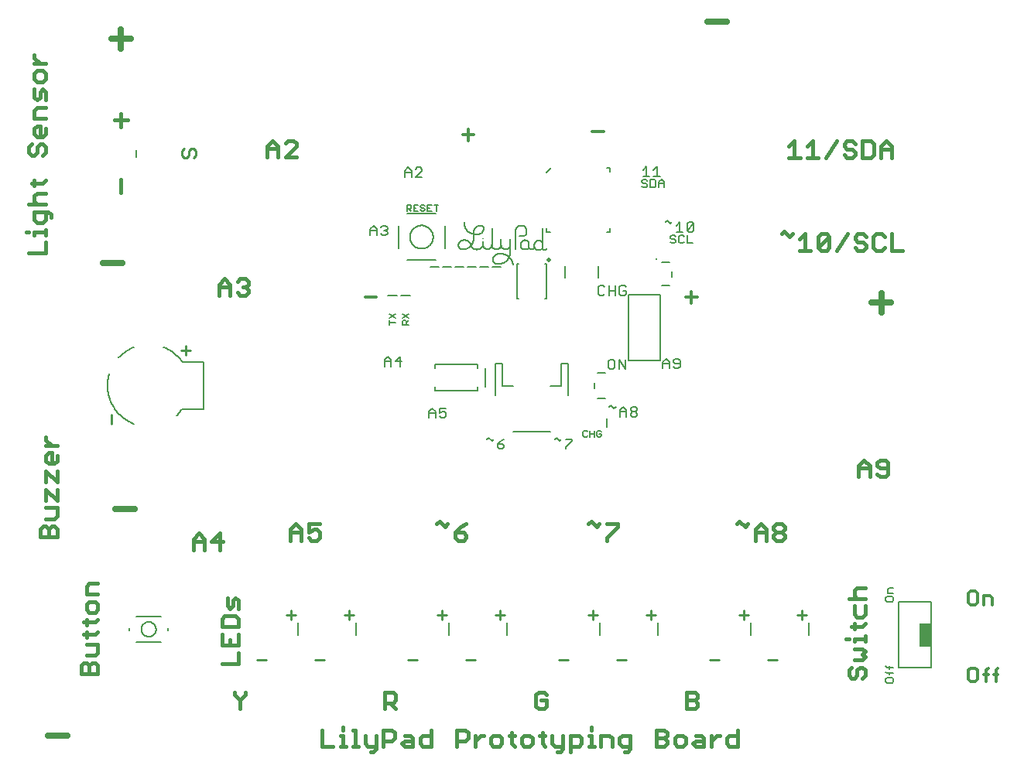
<source format=gto>
G75*
%MOIN*%
%OFA0B0*%
%FSLAX25Y25*%
%IPPOS*%
%LPD*%
%AMOC8*
5,1,8,0,0,1.08239X$1,22.5*
%
%ADD10C,0.00500*%
%ADD11C,0.00800*%
%ADD12C,0.01300*%
%ADD13C,0.01100*%
%ADD14C,0.01500*%
%ADD15C,0.02600*%
%ADD16C,0.00600*%
%ADD17R,0.04500X0.10000*%
%ADD18C,0.01200*%
%ADD19C,0.01000*%
%ADD20C,0.00700*%
%ADD21C,0.02000*%
D10*
X0094426Y0326400D02*
X0094428Y0326512D01*
X0094434Y0326625D01*
X0094444Y0326737D01*
X0094458Y0326848D01*
X0094476Y0326960D01*
X0094498Y0327070D01*
X0094523Y0327179D01*
X0094553Y0327288D01*
X0094586Y0327395D01*
X0094624Y0327501D01*
X0094665Y0327606D01*
X0094709Y0327709D01*
X0094757Y0327811D01*
X0094809Y0327911D01*
X0094865Y0328009D01*
X0094924Y0328105D01*
X0094986Y0328198D01*
X0095051Y0328290D01*
X0095120Y0328379D01*
X0095192Y0328466D01*
X0095267Y0328550D01*
X0095344Y0328631D01*
X0095425Y0328709D01*
X0095508Y0328785D01*
X0095594Y0328857D01*
X0095683Y0328927D01*
X0095773Y0328993D01*
X0095867Y0329056D01*
X0095962Y0329116D01*
X0096059Y0329172D01*
X0096159Y0329225D01*
X0096260Y0329274D01*
X0096363Y0329320D01*
X0096467Y0329362D01*
X0096573Y0329400D01*
X0096680Y0329434D01*
X0096788Y0329465D01*
X0096898Y0329491D01*
X0097008Y0329514D01*
X0097119Y0329533D01*
X0097230Y0329548D01*
X0097342Y0329559D01*
X0097454Y0329566D01*
X0097567Y0329569D01*
X0097679Y0329568D01*
X0097792Y0329563D01*
X0097904Y0329554D01*
X0098016Y0329541D01*
X0098127Y0329524D01*
X0098237Y0329503D01*
X0098347Y0329478D01*
X0098456Y0329450D01*
X0098564Y0329417D01*
X0098670Y0329381D01*
X0098775Y0329341D01*
X0098879Y0329297D01*
X0098981Y0329250D01*
X0099081Y0329199D01*
X0099179Y0329144D01*
X0099276Y0329086D01*
X0099370Y0329025D01*
X0099462Y0328960D01*
X0099552Y0328893D01*
X0099639Y0328822D01*
X0099724Y0328747D01*
X0099806Y0328670D01*
X0099885Y0328591D01*
X0099961Y0328508D01*
X0100035Y0328423D01*
X0100105Y0328335D01*
X0100172Y0328244D01*
X0100236Y0328152D01*
X0100296Y0328057D01*
X0100353Y0327960D01*
X0100407Y0327861D01*
X0100457Y0327760D01*
X0100504Y0327658D01*
X0100546Y0327554D01*
X0100586Y0327449D01*
X0100621Y0327342D01*
X0100652Y0327234D01*
X0100680Y0327125D01*
X0100704Y0327015D01*
X0100724Y0326904D01*
X0100740Y0326793D01*
X0100752Y0326681D01*
X0100760Y0326569D01*
X0100764Y0326456D01*
X0100764Y0326344D01*
X0100760Y0326231D01*
X0100752Y0326119D01*
X0100740Y0326007D01*
X0100724Y0325896D01*
X0100704Y0325785D01*
X0100680Y0325675D01*
X0100652Y0325566D01*
X0100621Y0325458D01*
X0100586Y0325351D01*
X0100546Y0325246D01*
X0100504Y0325142D01*
X0100457Y0325040D01*
X0100407Y0324939D01*
X0100353Y0324840D01*
X0100296Y0324743D01*
X0100236Y0324648D01*
X0100172Y0324556D01*
X0100105Y0324465D01*
X0100035Y0324377D01*
X0099961Y0324292D01*
X0099885Y0324209D01*
X0099806Y0324130D01*
X0099724Y0324053D01*
X0099639Y0323978D01*
X0099552Y0323907D01*
X0099462Y0323840D01*
X0099370Y0323775D01*
X0099276Y0323714D01*
X0099180Y0323656D01*
X0099081Y0323601D01*
X0098981Y0323550D01*
X0098879Y0323503D01*
X0098775Y0323459D01*
X0098670Y0323419D01*
X0098564Y0323383D01*
X0098456Y0323350D01*
X0098347Y0323322D01*
X0098237Y0323297D01*
X0098127Y0323276D01*
X0098016Y0323259D01*
X0097904Y0323246D01*
X0097792Y0323237D01*
X0097679Y0323232D01*
X0097567Y0323231D01*
X0097454Y0323234D01*
X0097342Y0323241D01*
X0097230Y0323252D01*
X0097119Y0323267D01*
X0097008Y0323286D01*
X0096898Y0323309D01*
X0096788Y0323335D01*
X0096680Y0323366D01*
X0096573Y0323400D01*
X0096467Y0323438D01*
X0096363Y0323480D01*
X0096260Y0323526D01*
X0096159Y0323575D01*
X0096059Y0323628D01*
X0095962Y0323684D01*
X0095867Y0323744D01*
X0095773Y0323807D01*
X0095683Y0323873D01*
X0095594Y0323943D01*
X0095508Y0324015D01*
X0095425Y0324091D01*
X0095344Y0324169D01*
X0095267Y0324250D01*
X0095192Y0324334D01*
X0095120Y0324421D01*
X0095051Y0324510D01*
X0094986Y0324602D01*
X0094924Y0324695D01*
X0094865Y0324791D01*
X0094809Y0324889D01*
X0094757Y0324989D01*
X0094709Y0325091D01*
X0094665Y0325194D01*
X0094624Y0325299D01*
X0094586Y0325405D01*
X0094553Y0325512D01*
X0094523Y0325621D01*
X0094498Y0325730D01*
X0094476Y0325840D01*
X0094458Y0325952D01*
X0094444Y0326063D01*
X0094434Y0326175D01*
X0094428Y0326288D01*
X0094426Y0326400D01*
X0201205Y0457587D02*
X0201205Y0459389D01*
X0201205Y0458488D02*
X0203908Y0458488D01*
X0203908Y0460534D02*
X0201205Y0462336D01*
X0201205Y0460534D02*
X0203908Y0462336D01*
X0206830Y0462336D02*
X0209533Y0460534D01*
X0209533Y0459389D02*
X0208632Y0458488D01*
X0208632Y0458939D02*
X0208632Y0457587D01*
X0209533Y0457587D02*
X0206830Y0457587D01*
X0206830Y0458939D01*
X0207281Y0459389D01*
X0208181Y0459389D01*
X0208632Y0458939D01*
X0206830Y0460534D02*
X0209533Y0462336D01*
X0210095Y0470150D02*
X0206345Y0470150D01*
X0204470Y0470150D02*
X0200720Y0470150D01*
X0218845Y0482650D02*
X0222595Y0482650D01*
X0224158Y0482650D02*
X0227908Y0482650D01*
X0229470Y0482650D02*
X0233220Y0482650D01*
X0234783Y0482650D02*
X0238533Y0482650D01*
X0240095Y0482650D02*
X0243845Y0482650D01*
X0245408Y0482650D02*
X0249158Y0482650D01*
X0221469Y0506650D02*
X0221469Y0509352D01*
X0220569Y0509352D02*
X0222370Y0509352D01*
X0219424Y0509352D02*
X0217622Y0509352D01*
X0217622Y0506650D01*
X0219424Y0506650D01*
X0218523Y0508001D02*
X0217622Y0508001D01*
X0216477Y0507551D02*
X0216477Y0507100D01*
X0216027Y0506650D01*
X0215126Y0506650D01*
X0214676Y0507100D01*
X0215126Y0508001D02*
X0216027Y0508001D01*
X0216477Y0507551D01*
X0216477Y0508902D02*
X0216027Y0509352D01*
X0215126Y0509352D01*
X0214676Y0508902D01*
X0214676Y0508452D01*
X0215126Y0508001D01*
X0213531Y0506650D02*
X0211729Y0506650D01*
X0211729Y0509352D01*
X0213531Y0509352D01*
X0212630Y0508001D02*
X0211729Y0508001D01*
X0210584Y0508001D02*
X0210134Y0507551D01*
X0208783Y0507551D01*
X0209683Y0507551D02*
X0210584Y0506650D01*
X0210584Y0508001D02*
X0210584Y0508902D01*
X0210134Y0509352D01*
X0208783Y0509352D01*
X0208783Y0506650D01*
X0285171Y0412009D02*
X0284720Y0411558D01*
X0284720Y0409757D01*
X0285171Y0409306D01*
X0286071Y0409306D01*
X0286522Y0409757D01*
X0287667Y0409306D02*
X0287667Y0412009D01*
X0286522Y0411558D02*
X0286071Y0412009D01*
X0285171Y0412009D01*
X0287667Y0410657D02*
X0289468Y0410657D01*
X0289468Y0409306D02*
X0289468Y0412009D01*
X0290613Y0411558D02*
X0290613Y0409757D01*
X0291064Y0409306D01*
X0291964Y0409306D01*
X0292415Y0409757D01*
X0292415Y0410657D01*
X0291514Y0410657D01*
X0292415Y0411558D02*
X0291964Y0412009D01*
X0291064Y0412009D01*
X0290613Y0411558D01*
X0294845Y0413525D02*
X0294845Y0417275D01*
D11*
X0295933Y0422129D02*
X0296633Y0422829D01*
X0298034Y0421428D01*
X0298735Y0422129D01*
X0300537Y0420727D02*
X0301938Y0422129D01*
X0303339Y0420727D01*
X0303339Y0417925D01*
X0305140Y0418626D02*
X0305140Y0419326D01*
X0305841Y0420027D01*
X0307242Y0420027D01*
X0307943Y0419326D01*
X0307943Y0418626D01*
X0307242Y0417925D01*
X0305841Y0417925D01*
X0305140Y0418626D01*
X0305841Y0420027D02*
X0305140Y0420727D01*
X0305140Y0421428D01*
X0305841Y0422129D01*
X0307242Y0422129D01*
X0307943Y0421428D01*
X0307943Y0420727D01*
X0307242Y0420027D01*
X0303339Y0420027D02*
X0300537Y0420027D01*
X0300537Y0420727D02*
X0300537Y0417925D01*
X0294286Y0425800D02*
X0290905Y0425800D01*
X0289405Y0430343D02*
X0289405Y0432457D01*
X0290905Y0437000D02*
X0294286Y0437000D01*
X0296196Y0438362D02*
X0297597Y0438362D01*
X0298298Y0439063D01*
X0298298Y0441865D01*
X0297597Y0442566D01*
X0296196Y0442566D01*
X0295495Y0441865D01*
X0295495Y0439063D01*
X0296196Y0438362D01*
X0300099Y0438362D02*
X0300099Y0442566D01*
X0302901Y0438362D01*
X0302901Y0442566D01*
X0304205Y0442227D02*
X0304205Y0470573D01*
X0317985Y0470573D01*
X0317985Y0442227D01*
X0304205Y0442227D01*
X0318995Y0441602D02*
X0318995Y0438800D01*
X0318995Y0440902D02*
X0321798Y0440902D01*
X0321798Y0441602D02*
X0321798Y0438800D01*
X0323599Y0439501D02*
X0324300Y0438800D01*
X0325701Y0438800D01*
X0326401Y0439501D01*
X0326401Y0442303D01*
X0325701Y0443004D01*
X0324300Y0443004D01*
X0323599Y0442303D01*
X0323599Y0441602D01*
X0324300Y0440902D01*
X0326401Y0440902D01*
X0321798Y0441602D02*
X0320396Y0443004D01*
X0318995Y0441602D01*
X0302430Y0470237D02*
X0303130Y0470938D01*
X0303130Y0472339D01*
X0301729Y0472339D01*
X0300328Y0470938D02*
X0301029Y0470237D01*
X0302430Y0470237D01*
X0300328Y0470938D02*
X0300328Y0473740D01*
X0301029Y0474441D01*
X0302430Y0474441D01*
X0303130Y0473740D01*
X0298526Y0474441D02*
X0298526Y0470237D01*
X0298526Y0472339D02*
X0295724Y0472339D01*
X0295724Y0470237D02*
X0295724Y0474441D01*
X0293923Y0473740D02*
X0293222Y0474441D01*
X0291821Y0474441D01*
X0291120Y0473740D01*
X0291120Y0470938D01*
X0291821Y0470237D01*
X0293222Y0470237D01*
X0293923Y0470938D01*
X0291182Y0477841D02*
X0291182Y0482959D01*
X0294800Y0497620D02*
X0296375Y0497620D01*
X0296375Y0499195D01*
X0296375Y0523605D02*
X0296375Y0525180D01*
X0294800Y0525180D01*
X0310433Y0524352D02*
X0311834Y0525754D01*
X0311834Y0521550D01*
X0310433Y0521550D02*
X0313235Y0521550D01*
X0315037Y0521550D02*
X0317839Y0521550D01*
X0316438Y0521550D02*
X0316438Y0525754D01*
X0315037Y0524352D01*
X0320883Y0502454D02*
X0322284Y0501053D01*
X0322985Y0501754D01*
X0320883Y0502454D02*
X0320183Y0501754D01*
X0324787Y0500352D02*
X0326188Y0501754D01*
X0326188Y0497550D01*
X0324787Y0497550D02*
X0327589Y0497550D01*
X0329390Y0498251D02*
X0332193Y0501053D01*
X0332193Y0498251D01*
X0331492Y0497550D01*
X0330091Y0497550D01*
X0329390Y0498251D01*
X0329390Y0501053D01*
X0330091Y0501754D01*
X0331492Y0501754D01*
X0332193Y0501053D01*
X0321786Y0484400D02*
X0318405Y0484400D01*
X0322886Y0480457D02*
X0322886Y0478343D01*
X0321786Y0474400D02*
X0318405Y0474400D01*
X0277009Y0477841D02*
X0277009Y0482959D01*
X0268835Y0490691D02*
X0268833Y0490637D01*
X0268828Y0490584D01*
X0268819Y0490531D01*
X0268806Y0490479D01*
X0268790Y0490427D01*
X0268770Y0490377D01*
X0268747Y0490329D01*
X0268720Y0490282D01*
X0268691Y0490237D01*
X0268658Y0490194D01*
X0268623Y0490154D01*
X0268585Y0490116D01*
X0268545Y0490081D01*
X0268502Y0490048D01*
X0268457Y0490019D01*
X0268410Y0489992D01*
X0268362Y0489969D01*
X0268312Y0489949D01*
X0268260Y0489933D01*
X0268208Y0489920D01*
X0268155Y0489911D01*
X0268102Y0489906D01*
X0268048Y0489904D01*
X0267994Y0489906D01*
X0267941Y0489911D01*
X0267888Y0489920D01*
X0267836Y0489933D01*
X0267784Y0489949D01*
X0267734Y0489969D01*
X0267686Y0489992D01*
X0267639Y0490019D01*
X0267594Y0490048D01*
X0267551Y0490081D01*
X0267511Y0490116D01*
X0267473Y0490154D01*
X0267438Y0490194D01*
X0267405Y0490237D01*
X0267376Y0490282D01*
X0267349Y0490329D01*
X0267326Y0490377D01*
X0267306Y0490427D01*
X0267290Y0490479D01*
X0267277Y0490531D01*
X0267268Y0490584D01*
X0267263Y0490637D01*
X0267261Y0490691D01*
X0267260Y0490691D02*
X0267260Y0491085D01*
X0267260Y0491479D02*
X0267260Y0499353D01*
X0268816Y0499195D02*
X0268816Y0497620D01*
X0270390Y0497620D01*
X0265489Y0494038D02*
X0265402Y0494032D01*
X0265316Y0494021D01*
X0265231Y0494007D01*
X0265147Y0493988D01*
X0265063Y0493966D01*
X0264980Y0493940D01*
X0264899Y0493910D01*
X0264820Y0493877D01*
X0264741Y0493839D01*
X0264665Y0493798D01*
X0264591Y0493754D01*
X0264519Y0493706D01*
X0264449Y0493655D01*
X0264381Y0493601D01*
X0264316Y0493544D01*
X0264254Y0493484D01*
X0264195Y0493421D01*
X0264138Y0493355D01*
X0264085Y0493287D01*
X0264035Y0493217D01*
X0263988Y0493144D01*
X0263945Y0493069D01*
X0263905Y0492992D01*
X0263869Y0492914D01*
X0263836Y0492833D01*
X0263807Y0492752D01*
X0263782Y0492669D01*
X0263761Y0492585D01*
X0263744Y0492500D01*
X0263730Y0492415D01*
X0263721Y0492329D01*
X0263715Y0492243D01*
X0263714Y0492156D01*
X0263717Y0492070D01*
X0263717Y0492069D02*
X0263717Y0491085D01*
X0263717Y0490888D01*
X0263698Y0490825D01*
X0263676Y0490764D01*
X0263650Y0490704D01*
X0263620Y0490646D01*
X0263587Y0490590D01*
X0263551Y0490535D01*
X0263512Y0490483D01*
X0263470Y0490433D01*
X0263425Y0490386D01*
X0263377Y0490342D01*
X0263327Y0490300D01*
X0263274Y0490261D01*
X0263220Y0490225D01*
X0263163Y0490193D01*
X0263105Y0490164D01*
X0263045Y0490138D01*
X0262983Y0490116D01*
X0262921Y0490098D01*
X0262857Y0490083D01*
X0262793Y0490072D01*
X0262728Y0490065D01*
X0262663Y0490061D01*
X0262597Y0490062D01*
X0262532Y0490066D01*
X0262467Y0490074D01*
X0262403Y0490085D01*
X0262340Y0490101D01*
X0262271Y0490118D01*
X0262203Y0490140D01*
X0262137Y0490165D01*
X0262072Y0490194D01*
X0262008Y0490226D01*
X0261947Y0490262D01*
X0261887Y0490301D01*
X0261830Y0490343D01*
X0261775Y0490388D01*
X0261722Y0490436D01*
X0261673Y0490487D01*
X0261626Y0490540D01*
X0261582Y0490596D01*
X0261541Y0490654D01*
X0261503Y0490715D01*
X0261469Y0490777D01*
X0261438Y0490841D01*
X0261410Y0490906D01*
X0261387Y0490973D01*
X0261366Y0491042D01*
X0261350Y0491111D01*
X0261337Y0491181D01*
X0261328Y0491251D01*
X0261323Y0491322D01*
X0261322Y0491393D01*
X0261325Y0491464D01*
X0261331Y0491535D01*
X0261342Y0491606D01*
X0261356Y0491675D01*
X0261355Y0491676D02*
X0261355Y0492463D01*
X0261353Y0492540D01*
X0261347Y0492617D01*
X0261338Y0492694D01*
X0261325Y0492770D01*
X0261308Y0492846D01*
X0261287Y0492920D01*
X0261263Y0492994D01*
X0261235Y0493066D01*
X0261204Y0493136D01*
X0261169Y0493205D01*
X0261131Y0493273D01*
X0261090Y0493338D01*
X0261045Y0493401D01*
X0260997Y0493462D01*
X0260947Y0493521D01*
X0260894Y0493577D01*
X0260838Y0493630D01*
X0260779Y0493680D01*
X0260718Y0493728D01*
X0260655Y0493773D01*
X0260590Y0493814D01*
X0260522Y0493852D01*
X0260453Y0493887D01*
X0260383Y0493918D01*
X0260311Y0493946D01*
X0260237Y0493970D01*
X0260163Y0493991D01*
X0260087Y0494008D01*
X0260011Y0494021D01*
X0259934Y0494030D01*
X0259857Y0494036D01*
X0259780Y0494038D01*
X0259386Y0494038D01*
X0259304Y0494027D01*
X0259223Y0494012D01*
X0259143Y0493994D01*
X0259064Y0493972D01*
X0258986Y0493946D01*
X0258909Y0493917D01*
X0258833Y0493884D01*
X0258759Y0493847D01*
X0258687Y0493808D01*
X0258617Y0493765D01*
X0258549Y0493718D01*
X0258483Y0493669D01*
X0258419Y0493617D01*
X0258358Y0493562D01*
X0258299Y0493504D01*
X0258244Y0493443D01*
X0258191Y0493380D01*
X0258141Y0493314D01*
X0258094Y0493247D01*
X0258050Y0493177D01*
X0258010Y0493105D01*
X0257973Y0493031D01*
X0257939Y0492956D01*
X0257909Y0492880D01*
X0257882Y0492802D01*
X0257859Y0492723D01*
X0257840Y0492642D01*
X0257825Y0492562D01*
X0257813Y0492480D01*
X0257805Y0492398D01*
X0257801Y0492316D01*
X0257800Y0492233D01*
X0257804Y0492151D01*
X0257811Y0492069D01*
X0257804Y0491987D01*
X0257800Y0491905D01*
X0257801Y0491822D01*
X0257805Y0491740D01*
X0257813Y0491658D01*
X0257825Y0491576D01*
X0257840Y0491496D01*
X0257859Y0491415D01*
X0257882Y0491336D01*
X0257909Y0491258D01*
X0257939Y0491182D01*
X0257973Y0491107D01*
X0258010Y0491033D01*
X0258050Y0490961D01*
X0258094Y0490891D01*
X0258141Y0490824D01*
X0258191Y0490758D01*
X0258244Y0490695D01*
X0258299Y0490634D01*
X0258358Y0490576D01*
X0258419Y0490521D01*
X0258483Y0490469D01*
X0258549Y0490420D01*
X0258617Y0490373D01*
X0258687Y0490330D01*
X0258759Y0490291D01*
X0258833Y0490254D01*
X0258909Y0490221D01*
X0258986Y0490192D01*
X0259064Y0490166D01*
X0259143Y0490144D01*
X0259223Y0490126D01*
X0259304Y0490111D01*
X0259386Y0490100D01*
X0259386Y0490101D02*
X0260174Y0490101D01*
X0260246Y0490113D01*
X0260317Y0490129D01*
X0260387Y0490149D01*
X0260456Y0490172D01*
X0260524Y0490199D01*
X0260590Y0490229D01*
X0260655Y0490263D01*
X0260717Y0490300D01*
X0260778Y0490341D01*
X0260836Y0490384D01*
X0260893Y0490431D01*
X0260946Y0490480D01*
X0260997Y0490532D01*
X0261045Y0490587D01*
X0261091Y0490644D01*
X0261133Y0490703D01*
X0261172Y0490765D01*
X0261208Y0490828D01*
X0261240Y0490894D01*
X0261269Y0490960D01*
X0261294Y0491029D01*
X0261316Y0491098D01*
X0261334Y0491169D01*
X0261348Y0491240D01*
X0261359Y0491312D01*
X0261366Y0491385D01*
X0261369Y0491458D01*
X0261368Y0491531D01*
X0261363Y0491603D01*
X0261355Y0491676D01*
X0265489Y0494037D02*
X0265574Y0494027D01*
X0265660Y0494013D01*
X0265744Y0493995D01*
X0265828Y0493973D01*
X0265910Y0493948D01*
X0265992Y0493919D01*
X0266072Y0493887D01*
X0266150Y0493851D01*
X0266227Y0493812D01*
X0266302Y0493770D01*
X0266375Y0493724D01*
X0266447Y0493675D01*
X0266515Y0493623D01*
X0266582Y0493568D01*
X0266646Y0493511D01*
X0266708Y0493450D01*
X0266767Y0493387D01*
X0266823Y0493322D01*
X0266876Y0493254D01*
X0266926Y0493183D01*
X0266973Y0493111D01*
X0267017Y0493037D01*
X0267058Y0492961D01*
X0267095Y0492883D01*
X0267129Y0492803D01*
X0267159Y0492722D01*
X0267186Y0492640D01*
X0267209Y0492557D01*
X0267228Y0492473D01*
X0267244Y0492388D01*
X0267256Y0492303D01*
X0267264Y0492217D01*
X0267269Y0492131D01*
X0267270Y0492044D01*
X0267267Y0491958D01*
X0267260Y0491872D01*
X0267261Y0491873D02*
X0267278Y0491795D01*
X0267291Y0491717D01*
X0267301Y0491638D01*
X0267307Y0491558D01*
X0267309Y0491479D01*
X0267307Y0491400D01*
X0267301Y0491320D01*
X0267291Y0491241D01*
X0267278Y0491163D01*
X0267261Y0491085D01*
X0267239Y0491009D01*
X0267214Y0490933D01*
X0267186Y0490858D01*
X0267153Y0490786D01*
X0267118Y0490714D01*
X0267078Y0490645D01*
X0267036Y0490578D01*
X0266990Y0490512D01*
X0266941Y0490449D01*
X0266889Y0490389D01*
X0266834Y0490331D01*
X0266776Y0490276D01*
X0266716Y0490224D01*
X0266653Y0490175D01*
X0266587Y0490129D01*
X0266520Y0490087D01*
X0266451Y0490047D01*
X0266379Y0490012D01*
X0266307Y0489979D01*
X0266232Y0489951D01*
X0266156Y0489926D01*
X0266080Y0489904D01*
X0266079Y0489905D02*
X0265999Y0489880D01*
X0265918Y0489859D01*
X0265836Y0489842D01*
X0265754Y0489828D01*
X0265670Y0489818D01*
X0265587Y0489812D01*
X0265503Y0489809D01*
X0265419Y0489810D01*
X0265336Y0489815D01*
X0265252Y0489824D01*
X0265170Y0489837D01*
X0265087Y0489853D01*
X0265006Y0489873D01*
X0264926Y0489896D01*
X0264846Y0489923D01*
X0264768Y0489954D01*
X0264692Y0489988D01*
X0264617Y0490025D01*
X0264544Y0490066D01*
X0264472Y0490110D01*
X0264403Y0490157D01*
X0264336Y0490208D01*
X0264271Y0490261D01*
X0264209Y0490317D01*
X0264149Y0490376D01*
X0264092Y0490437D01*
X0264038Y0490501D01*
X0263987Y0490567D01*
X0263939Y0490636D01*
X0263894Y0490706D01*
X0263852Y0490779D01*
X0263813Y0490853D01*
X0263778Y0490929D01*
X0263746Y0491007D01*
X0263718Y0491086D01*
X0258402Y0495809D02*
X0257221Y0495809D01*
X0258402Y0495810D02*
X0258488Y0495807D01*
X0258575Y0495808D01*
X0258661Y0495814D01*
X0258747Y0495823D01*
X0258833Y0495837D01*
X0258917Y0495854D01*
X0259001Y0495875D01*
X0259084Y0495900D01*
X0259166Y0495929D01*
X0259246Y0495962D01*
X0259324Y0495998D01*
X0259401Y0496038D01*
X0259476Y0496081D01*
X0259549Y0496128D01*
X0259619Y0496178D01*
X0259687Y0496231D01*
X0259753Y0496288D01*
X0259816Y0496347D01*
X0259876Y0496409D01*
X0259933Y0496474D01*
X0259987Y0496542D01*
X0260038Y0496612D01*
X0260086Y0496684D01*
X0260130Y0496758D01*
X0260171Y0496834D01*
X0260208Y0496912D01*
X0260242Y0496992D01*
X0260272Y0497073D01*
X0260298Y0497156D01*
X0260320Y0497239D01*
X0260339Y0497324D01*
X0260353Y0497409D01*
X0260364Y0497495D01*
X0260370Y0497581D01*
X0260371Y0497581D02*
X0260371Y0498369D01*
X0260371Y0498368D02*
X0260361Y0498460D01*
X0260347Y0498551D01*
X0260328Y0498642D01*
X0260307Y0498731D01*
X0260281Y0498820D01*
X0260251Y0498908D01*
X0260218Y0498994D01*
X0260182Y0499078D01*
X0260141Y0499162D01*
X0260098Y0499243D01*
X0260050Y0499322D01*
X0260000Y0499399D01*
X0259946Y0499474D01*
X0259889Y0499547D01*
X0259829Y0499617D01*
X0259767Y0499685D01*
X0259701Y0499750D01*
X0259633Y0499812D01*
X0259562Y0499871D01*
X0259488Y0499927D01*
X0259413Y0499980D01*
X0259335Y0500030D01*
X0259255Y0500076D01*
X0259173Y0500119D01*
X0259090Y0500158D01*
X0259004Y0500194D01*
X0258918Y0500226D01*
X0258830Y0500254D01*
X0258741Y0500279D01*
X0258651Y0500300D01*
X0258560Y0500317D01*
X0258469Y0500330D01*
X0258377Y0500339D01*
X0258285Y0500345D01*
X0258193Y0500346D01*
X0258101Y0500343D01*
X0258008Y0500337D01*
X0258009Y0500337D02*
X0257917Y0500343D01*
X0257825Y0500346D01*
X0257732Y0500345D01*
X0257640Y0500339D01*
X0257548Y0500330D01*
X0257457Y0500317D01*
X0257366Y0500300D01*
X0257276Y0500279D01*
X0257187Y0500254D01*
X0257100Y0500226D01*
X0257013Y0500194D01*
X0256928Y0500158D01*
X0256844Y0500119D01*
X0256763Y0500076D01*
X0256683Y0500030D01*
X0256605Y0499980D01*
X0256529Y0499927D01*
X0256456Y0499871D01*
X0256385Y0499812D01*
X0256317Y0499750D01*
X0256251Y0499685D01*
X0256188Y0499618D01*
X0256128Y0499547D01*
X0256072Y0499475D01*
X0256018Y0499400D01*
X0255967Y0499322D01*
X0255920Y0499243D01*
X0255876Y0499162D01*
X0255836Y0499079D01*
X0255799Y0498994D01*
X0255766Y0498908D01*
X0255737Y0498821D01*
X0255711Y0498732D01*
X0255689Y0498642D01*
X0255671Y0498552D01*
X0255657Y0498461D01*
X0255647Y0498369D01*
X0255646Y0498369D02*
X0255646Y0490101D01*
X0253284Y0488920D02*
X0253284Y0492069D01*
X0253284Y0494431D01*
X0253285Y0492069D02*
X0253283Y0491983D01*
X0253278Y0491897D01*
X0253268Y0491812D01*
X0253255Y0491727D01*
X0253238Y0491643D01*
X0253218Y0491559D01*
X0253194Y0491477D01*
X0253166Y0491396D01*
X0253135Y0491315D01*
X0253101Y0491237D01*
X0253063Y0491160D01*
X0253021Y0491085D01*
X0252977Y0491011D01*
X0252929Y0490940D01*
X0252878Y0490870D01*
X0252824Y0490803D01*
X0252768Y0490739D01*
X0252708Y0490677D01*
X0252646Y0490617D01*
X0252582Y0490561D01*
X0252515Y0490507D01*
X0252445Y0490456D01*
X0252374Y0490408D01*
X0252301Y0490364D01*
X0252225Y0490322D01*
X0252148Y0490284D01*
X0252070Y0490250D01*
X0251989Y0490219D01*
X0251908Y0490191D01*
X0251826Y0490167D01*
X0251742Y0490147D01*
X0251658Y0490130D01*
X0251573Y0490117D01*
X0251488Y0490107D01*
X0251402Y0490102D01*
X0251316Y0490100D01*
X0251230Y0490102D01*
X0251144Y0490107D01*
X0251059Y0490117D01*
X0250974Y0490130D01*
X0250890Y0490147D01*
X0250806Y0490167D01*
X0250724Y0490191D01*
X0250643Y0490219D01*
X0250562Y0490250D01*
X0250484Y0490284D01*
X0250407Y0490322D01*
X0250332Y0490364D01*
X0250258Y0490408D01*
X0250187Y0490456D01*
X0250117Y0490507D01*
X0250050Y0490561D01*
X0249986Y0490617D01*
X0249924Y0490677D01*
X0249864Y0490739D01*
X0249808Y0490803D01*
X0249754Y0490870D01*
X0249703Y0490940D01*
X0249655Y0491011D01*
X0249611Y0491085D01*
X0249569Y0491160D01*
X0249531Y0491237D01*
X0249497Y0491315D01*
X0249466Y0491396D01*
X0249438Y0491477D01*
X0249414Y0491559D01*
X0249394Y0491643D01*
X0249377Y0491727D01*
X0249364Y0491812D01*
X0249354Y0491897D01*
X0249349Y0491983D01*
X0249347Y0492069D01*
X0249347Y0494431D01*
X0249348Y0492069D02*
X0249346Y0491983D01*
X0249341Y0491897D01*
X0249331Y0491812D01*
X0249318Y0491727D01*
X0249301Y0491643D01*
X0249281Y0491559D01*
X0249257Y0491477D01*
X0249229Y0491396D01*
X0249198Y0491315D01*
X0249164Y0491237D01*
X0249126Y0491160D01*
X0249084Y0491085D01*
X0249040Y0491011D01*
X0248992Y0490940D01*
X0248941Y0490870D01*
X0248887Y0490803D01*
X0248831Y0490739D01*
X0248771Y0490677D01*
X0248709Y0490617D01*
X0248645Y0490561D01*
X0248578Y0490507D01*
X0248508Y0490456D01*
X0248437Y0490408D01*
X0248364Y0490364D01*
X0248288Y0490322D01*
X0248211Y0490284D01*
X0248133Y0490250D01*
X0248052Y0490219D01*
X0247971Y0490191D01*
X0247889Y0490167D01*
X0247805Y0490147D01*
X0247721Y0490130D01*
X0247636Y0490117D01*
X0247551Y0490107D01*
X0247465Y0490102D01*
X0247379Y0490100D01*
X0253284Y0488920D02*
X0253282Y0488779D01*
X0253276Y0488638D01*
X0253267Y0488497D01*
X0253253Y0488357D01*
X0253235Y0488217D01*
X0253214Y0488078D01*
X0253189Y0487939D01*
X0253160Y0487801D01*
X0253127Y0487664D01*
X0253091Y0487527D01*
X0253051Y0487392D01*
X0253007Y0487258D01*
X0252959Y0487125D01*
X0252908Y0486994D01*
X0252853Y0486864D01*
X0252794Y0486736D01*
X0252733Y0486609D01*
X0252667Y0486484D01*
X0252598Y0486361D01*
X0252526Y0486240D01*
X0252451Y0486121D01*
X0252372Y0486004D01*
X0252290Y0485889D01*
X0252205Y0485776D01*
X0252117Y0485666D01*
X0252026Y0485559D01*
X0251931Y0485454D01*
X0251834Y0485351D01*
X0251735Y0485252D01*
X0251632Y0485155D01*
X0251527Y0485060D01*
X0251420Y0484969D01*
X0251310Y0484881D01*
X0251197Y0484796D01*
X0251082Y0484714D01*
X0250965Y0484635D01*
X0250846Y0484560D01*
X0250725Y0484488D01*
X0250602Y0484419D01*
X0250477Y0484353D01*
X0250350Y0484292D01*
X0250222Y0484233D01*
X0250092Y0484178D01*
X0249961Y0484127D01*
X0249828Y0484079D01*
X0249694Y0484035D01*
X0249559Y0483995D01*
X0249422Y0483959D01*
X0249285Y0483926D01*
X0249147Y0483897D01*
X0249008Y0483872D01*
X0248869Y0483851D01*
X0248729Y0483833D01*
X0248589Y0483819D01*
X0248448Y0483810D01*
X0248307Y0483804D01*
X0248166Y0483802D01*
X0247772Y0483802D01*
X0248953Y0488132D02*
X0249094Y0488141D01*
X0249236Y0488146D01*
X0249377Y0488147D01*
X0249519Y0488144D01*
X0249660Y0488137D01*
X0249801Y0488127D01*
X0249942Y0488112D01*
X0250082Y0488094D01*
X0250222Y0488072D01*
X0250361Y0488046D01*
X0250499Y0488016D01*
X0250636Y0487982D01*
X0250773Y0487945D01*
X0250908Y0487904D01*
X0251042Y0487859D01*
X0251175Y0487810D01*
X0251307Y0487758D01*
X0251437Y0487702D01*
X0251565Y0487643D01*
X0251692Y0487580D01*
X0251817Y0487514D01*
X0251940Y0487444D01*
X0252061Y0487371D01*
X0252180Y0487295D01*
X0252297Y0487215D01*
X0252411Y0487132D01*
X0252524Y0487046D01*
X0252633Y0486957D01*
X0252741Y0486865D01*
X0252846Y0486770D01*
X0252948Y0486672D01*
X0253047Y0486571D01*
X0253144Y0486468D01*
X0253238Y0486362D01*
X0253328Y0486254D01*
X0253416Y0486143D01*
X0253501Y0486029D01*
X0253582Y0485914D01*
X0253661Y0485796D01*
X0253736Y0485676D01*
X0253807Y0485554D01*
X0253876Y0485430D01*
X0253941Y0485305D01*
X0254002Y0485177D01*
X0254060Y0485048D01*
X0254114Y0484917D01*
X0254165Y0484785D01*
X0254212Y0484652D01*
X0254255Y0484517D01*
X0254294Y0484382D01*
X0254330Y0484245D01*
X0254362Y0484107D01*
X0254391Y0483968D01*
X0254415Y0483829D01*
X0254435Y0483689D01*
X0254452Y0483549D01*
X0254465Y0483408D01*
X0248166Y0488132D02*
X0248071Y0488130D01*
X0247976Y0488124D01*
X0247881Y0488115D01*
X0247787Y0488101D01*
X0247694Y0488084D01*
X0247601Y0488063D01*
X0247509Y0488039D01*
X0247418Y0488010D01*
X0247328Y0487979D01*
X0247240Y0487943D01*
X0247153Y0487904D01*
X0247068Y0487861D01*
X0246985Y0487816D01*
X0246904Y0487766D01*
X0246824Y0487714D01*
X0246747Y0487658D01*
X0246672Y0487600D01*
X0246600Y0487538D01*
X0246530Y0487473D01*
X0246463Y0487406D01*
X0246398Y0487336D01*
X0246336Y0487264D01*
X0246278Y0487189D01*
X0246222Y0487112D01*
X0246170Y0487032D01*
X0246120Y0486951D01*
X0246075Y0486868D01*
X0246032Y0486783D01*
X0245993Y0486696D01*
X0245957Y0486608D01*
X0245926Y0486518D01*
X0245897Y0486427D01*
X0245873Y0486335D01*
X0245852Y0486242D01*
X0245835Y0486149D01*
X0245821Y0486055D01*
X0245812Y0485960D01*
X0245806Y0485865D01*
X0245804Y0485770D01*
X0245803Y0485770D02*
X0245805Y0485684D01*
X0245810Y0485598D01*
X0245820Y0485513D01*
X0245833Y0485428D01*
X0245850Y0485344D01*
X0245870Y0485260D01*
X0245894Y0485178D01*
X0245922Y0485097D01*
X0245953Y0485016D01*
X0245987Y0484938D01*
X0246025Y0484861D01*
X0246067Y0484786D01*
X0246111Y0484712D01*
X0246159Y0484641D01*
X0246210Y0484571D01*
X0246264Y0484504D01*
X0246320Y0484440D01*
X0246380Y0484378D01*
X0246442Y0484318D01*
X0246506Y0484262D01*
X0246573Y0484208D01*
X0246643Y0484157D01*
X0246714Y0484109D01*
X0246788Y0484065D01*
X0246863Y0484023D01*
X0246940Y0483985D01*
X0247018Y0483951D01*
X0247099Y0483920D01*
X0247180Y0483892D01*
X0247262Y0483868D01*
X0247346Y0483848D01*
X0247430Y0483831D01*
X0247515Y0483818D01*
X0247600Y0483808D01*
X0247686Y0483803D01*
X0247772Y0483801D01*
X0248166Y0488132D02*
X0248953Y0488132D01*
X0247379Y0490100D02*
X0247293Y0490102D01*
X0247207Y0490107D01*
X0247122Y0490117D01*
X0247037Y0490130D01*
X0246953Y0490147D01*
X0246869Y0490167D01*
X0246787Y0490191D01*
X0246706Y0490219D01*
X0246625Y0490250D01*
X0246547Y0490284D01*
X0246470Y0490322D01*
X0246395Y0490364D01*
X0246321Y0490408D01*
X0246250Y0490456D01*
X0246180Y0490507D01*
X0246113Y0490561D01*
X0246049Y0490617D01*
X0245987Y0490677D01*
X0245927Y0490739D01*
X0245871Y0490803D01*
X0245817Y0490870D01*
X0245766Y0490940D01*
X0245718Y0491011D01*
X0245674Y0491085D01*
X0245632Y0491160D01*
X0245594Y0491237D01*
X0245560Y0491315D01*
X0245529Y0491396D01*
X0245501Y0491477D01*
X0245477Y0491559D01*
X0245457Y0491643D01*
X0245440Y0491727D01*
X0245427Y0491812D01*
X0245417Y0491897D01*
X0245412Y0491983D01*
X0245410Y0492069D01*
X0245410Y0492266D01*
X0245410Y0492857D02*
X0245410Y0499353D01*
X0241867Y0499156D02*
X0241865Y0499222D01*
X0241860Y0499288D01*
X0241850Y0499354D01*
X0241837Y0499419D01*
X0241821Y0499483D01*
X0241801Y0499546D01*
X0241777Y0499608D01*
X0241750Y0499668D01*
X0241720Y0499727D01*
X0241686Y0499784D01*
X0241649Y0499839D01*
X0241609Y0499892D01*
X0241567Y0499943D01*
X0241521Y0499991D01*
X0241473Y0500037D01*
X0241422Y0500079D01*
X0241369Y0500119D01*
X0241314Y0500156D01*
X0241257Y0500190D01*
X0241198Y0500220D01*
X0241138Y0500247D01*
X0241076Y0500271D01*
X0241013Y0500291D01*
X0240949Y0500307D01*
X0240884Y0500320D01*
X0240818Y0500330D01*
X0240752Y0500335D01*
X0240686Y0500337D01*
X0240292Y0500337D01*
X0241866Y0499156D02*
X0241860Y0499054D01*
X0241851Y0498952D01*
X0241837Y0498852D01*
X0241820Y0498751D01*
X0241799Y0498651D01*
X0241774Y0498553D01*
X0241745Y0498455D01*
X0241713Y0498358D01*
X0241677Y0498263D01*
X0241637Y0498169D01*
X0241593Y0498077D01*
X0241547Y0497987D01*
X0241496Y0497898D01*
X0241443Y0497812D01*
X0241386Y0497727D01*
X0241326Y0497645D01*
X0241263Y0497565D01*
X0241196Y0497487D01*
X0241127Y0497413D01*
X0241055Y0497341D01*
X0240981Y0497271D01*
X0240903Y0497205D01*
X0240824Y0497141D01*
X0240742Y0497081D01*
X0240657Y0497024D01*
X0240571Y0496970D01*
X0240482Y0496920D01*
X0240392Y0496873D01*
X0240300Y0496829D01*
X0240206Y0496789D01*
X0240111Y0496753D01*
X0240015Y0496720D01*
X0239917Y0496691D01*
X0239818Y0496666D01*
X0239719Y0496644D01*
X0239618Y0496627D01*
X0239517Y0496613D01*
X0239416Y0496603D01*
X0239314Y0496597D01*
X0239212Y0496595D01*
X0239111Y0496597D01*
X0238520Y0496597D01*
X0237536Y0497581D02*
X0237536Y0494825D01*
X0237536Y0490298D02*
X0237639Y0490254D01*
X0237743Y0490214D01*
X0237849Y0490177D01*
X0237956Y0490145D01*
X0238064Y0490116D01*
X0238172Y0490091D01*
X0238282Y0490070D01*
X0238392Y0490053D01*
X0238503Y0490040D01*
X0238615Y0490030D01*
X0238726Y0490025D01*
X0238838Y0490024D01*
X0238949Y0490027D01*
X0239061Y0490034D01*
X0239172Y0490044D01*
X0239283Y0490059D01*
X0239393Y0490078D01*
X0239502Y0490100D01*
X0239611Y0490127D01*
X0239718Y0490157D01*
X0239825Y0490191D01*
X0239930Y0490229D01*
X0240033Y0490271D01*
X0240135Y0490316D01*
X0240236Y0490365D01*
X0240334Y0490417D01*
X0240431Y0490473D01*
X0240525Y0490532D01*
X0240618Y0490595D01*
X0240708Y0490661D01*
X0240796Y0490730D01*
X0240881Y0490802D01*
X0240963Y0490878D01*
X0241043Y0490956D01*
X0241120Y0491037D01*
X0241194Y0491120D01*
X0241265Y0491206D01*
X0241333Y0491295D01*
X0241398Y0491386D01*
X0241459Y0491479D01*
X0241517Y0491575D01*
X0241572Y0491672D01*
X0241623Y0491771D01*
X0241670Y0491872D01*
X0241670Y0492463D01*
X0241670Y0493644D01*
X0245411Y0492856D02*
X0245418Y0492738D01*
X0245422Y0492620D01*
X0245422Y0492502D01*
X0245418Y0492384D01*
X0245411Y0492266D01*
X0243442Y0490101D02*
X0243354Y0490115D01*
X0243267Y0490133D01*
X0243182Y0490155D01*
X0243097Y0490181D01*
X0243013Y0490210D01*
X0242930Y0490242D01*
X0242849Y0490278D01*
X0242770Y0490317D01*
X0242692Y0490360D01*
X0242617Y0490406D01*
X0242543Y0490455D01*
X0242471Y0490507D01*
X0242402Y0490563D01*
X0242335Y0490621D01*
X0242270Y0490682D01*
X0242209Y0490745D01*
X0242150Y0490811D01*
X0242094Y0490880D01*
X0242040Y0490951D01*
X0241990Y0491024D01*
X0241943Y0491099D01*
X0241900Y0491176D01*
X0241859Y0491255D01*
X0241822Y0491336D01*
X0241788Y0491418D01*
X0241758Y0491501D01*
X0241732Y0491586D01*
X0241709Y0491671D01*
X0241690Y0491758D01*
X0241674Y0491845D01*
X0241662Y0491933D01*
X0241654Y0492021D01*
X0241650Y0492110D01*
X0241649Y0492198D01*
X0241652Y0492287D01*
X0241659Y0492375D01*
X0241670Y0492463D01*
X0243441Y0490100D02*
X0243534Y0490114D01*
X0243626Y0490131D01*
X0243718Y0490152D01*
X0243808Y0490177D01*
X0243897Y0490206D01*
X0243985Y0490239D01*
X0244071Y0490275D01*
X0244156Y0490314D01*
X0244240Y0490358D01*
X0244321Y0490404D01*
X0244400Y0490454D01*
X0244477Y0490507D01*
X0244552Y0490564D01*
X0244625Y0490623D01*
X0244695Y0490686D01*
X0244762Y0490751D01*
X0244826Y0490819D01*
X0244888Y0490889D01*
X0244947Y0490963D01*
X0245002Y0491038D01*
X0245054Y0491116D01*
X0245103Y0491196D01*
X0245149Y0491278D01*
X0245191Y0491361D01*
X0245230Y0491447D01*
X0245265Y0491534D01*
X0245296Y0491622D01*
X0245324Y0491712D01*
X0245348Y0491802D01*
X0245368Y0491894D01*
X0245384Y0491986D01*
X0245397Y0492079D01*
X0245405Y0492172D01*
X0245410Y0492266D01*
X0241670Y0494825D02*
X0241670Y0495022D01*
X0237536Y0497581D02*
X0237538Y0497684D01*
X0237544Y0497787D01*
X0237553Y0497890D01*
X0237567Y0497992D01*
X0237584Y0498093D01*
X0237605Y0498194D01*
X0237630Y0498294D01*
X0237658Y0498393D01*
X0237691Y0498491D01*
X0237727Y0498588D01*
X0237766Y0498683D01*
X0237809Y0498777D01*
X0237855Y0498869D01*
X0237905Y0498959D01*
X0237958Y0499047D01*
X0238015Y0499134D01*
X0238075Y0499218D01*
X0238137Y0499299D01*
X0238203Y0499379D01*
X0238272Y0499456D01*
X0238343Y0499530D01*
X0238417Y0499601D01*
X0238494Y0499670D01*
X0238574Y0499736D01*
X0238655Y0499798D01*
X0238739Y0499858D01*
X0238826Y0499915D01*
X0238914Y0499968D01*
X0239004Y0500018D01*
X0239096Y0500064D01*
X0239190Y0500107D01*
X0239285Y0500146D01*
X0239382Y0500182D01*
X0239480Y0500215D01*
X0239579Y0500243D01*
X0239679Y0500268D01*
X0239780Y0500289D01*
X0239881Y0500306D01*
X0239983Y0500320D01*
X0240086Y0500329D01*
X0240189Y0500335D01*
X0240292Y0500337D01*
X0238520Y0496597D02*
X0238379Y0496599D01*
X0238238Y0496605D01*
X0238097Y0496614D01*
X0237957Y0496628D01*
X0237817Y0496646D01*
X0237678Y0496667D01*
X0237539Y0496692D01*
X0237401Y0496721D01*
X0237264Y0496754D01*
X0237127Y0496790D01*
X0236992Y0496830D01*
X0236858Y0496874D01*
X0236725Y0496922D01*
X0236594Y0496973D01*
X0236464Y0497028D01*
X0236336Y0497087D01*
X0236209Y0497148D01*
X0236084Y0497214D01*
X0235961Y0497283D01*
X0235840Y0497355D01*
X0235721Y0497430D01*
X0235604Y0497509D01*
X0235489Y0497591D01*
X0235376Y0497676D01*
X0235266Y0497764D01*
X0235159Y0497855D01*
X0235054Y0497950D01*
X0234951Y0498047D01*
X0234852Y0498146D01*
X0234755Y0498249D01*
X0234660Y0498354D01*
X0234569Y0498461D01*
X0234481Y0498571D01*
X0234396Y0498684D01*
X0234314Y0498799D01*
X0234235Y0498916D01*
X0234160Y0499035D01*
X0234088Y0499156D01*
X0234019Y0499279D01*
X0233953Y0499404D01*
X0233892Y0499531D01*
X0233833Y0499659D01*
X0233778Y0499789D01*
X0233727Y0499920D01*
X0233679Y0500053D01*
X0233635Y0500187D01*
X0233595Y0500322D01*
X0233559Y0500459D01*
X0233526Y0500596D01*
X0233497Y0500734D01*
X0233472Y0500873D01*
X0233451Y0501012D01*
X0233433Y0501152D01*
X0233419Y0501292D01*
X0233410Y0501433D01*
X0233404Y0501574D01*
X0233402Y0501715D01*
X0237536Y0494825D02*
X0237534Y0494690D01*
X0237528Y0494555D01*
X0237519Y0494421D01*
X0237505Y0494287D01*
X0237488Y0494153D01*
X0237467Y0494019D01*
X0237442Y0493887D01*
X0237413Y0493755D01*
X0237381Y0493624D01*
X0237345Y0493494D01*
X0237305Y0493365D01*
X0237261Y0493238D01*
X0237214Y0493111D01*
X0237163Y0492986D01*
X0237109Y0492863D01*
X0237051Y0492741D01*
X0236990Y0492620D01*
X0236925Y0492502D01*
X0236857Y0492386D01*
X0236786Y0492271D01*
X0236712Y0492159D01*
X0236634Y0492048D01*
X0236553Y0491940D01*
X0236469Y0491835D01*
X0236382Y0491731D01*
X0236292Y0491631D01*
X0236200Y0491533D01*
X0236104Y0491437D01*
X0236006Y0491345D01*
X0235906Y0491255D01*
X0235802Y0491168D01*
X0235697Y0491084D01*
X0235589Y0491003D01*
X0235478Y0490925D01*
X0235366Y0490851D01*
X0235251Y0490780D01*
X0235135Y0490712D01*
X0235017Y0490647D01*
X0234896Y0490586D01*
X0234774Y0490528D01*
X0234651Y0490474D01*
X0234526Y0490423D01*
X0234399Y0490376D01*
X0234272Y0490332D01*
X0234143Y0490292D01*
X0234013Y0490256D01*
X0233882Y0490224D01*
X0233750Y0490195D01*
X0233618Y0490170D01*
X0233484Y0490149D01*
X0233350Y0490132D01*
X0233216Y0490118D01*
X0233082Y0490109D01*
X0232947Y0490103D01*
X0232812Y0490101D01*
X0232812Y0494038D02*
X0232921Y0494061D01*
X0233031Y0494080D01*
X0233142Y0494094D01*
X0233253Y0494105D01*
X0233365Y0494112D01*
X0233476Y0494115D01*
X0233588Y0494114D01*
X0233700Y0494109D01*
X0233811Y0494100D01*
X0233922Y0494087D01*
X0234032Y0494070D01*
X0234142Y0494049D01*
X0234251Y0494024D01*
X0234359Y0493995D01*
X0234465Y0493963D01*
X0234571Y0493926D01*
X0234675Y0493886D01*
X0234778Y0493842D01*
X0234879Y0493795D01*
X0234978Y0493744D01*
X0235076Y0493690D01*
X0235171Y0493632D01*
X0235265Y0493570D01*
X0235356Y0493506D01*
X0235444Y0493438D01*
X0235531Y0493367D01*
X0235614Y0493293D01*
X0235695Y0493216D01*
X0235773Y0493136D01*
X0235849Y0493054D01*
X0235921Y0492969D01*
X0235990Y0492881D01*
X0236056Y0492791D01*
X0236119Y0492699D01*
X0236178Y0492604D01*
X0236234Y0492508D01*
X0236287Y0492409D01*
X0236336Y0492309D01*
X0236381Y0492207D01*
X0236423Y0492103D01*
X0236461Y0491998D01*
X0236495Y0491892D01*
X0236526Y0491784D01*
X0236552Y0491676D01*
X0236552Y0491675D02*
X0236571Y0491590D01*
X0236594Y0491505D01*
X0236620Y0491422D01*
X0236650Y0491340D01*
X0236684Y0491259D01*
X0236721Y0491179D01*
X0236761Y0491102D01*
X0236805Y0491026D01*
X0236852Y0490952D01*
X0236903Y0490881D01*
X0236956Y0490811D01*
X0237012Y0490744D01*
X0237072Y0490680D01*
X0237134Y0490618D01*
X0237198Y0490559D01*
X0237265Y0490502D01*
X0237335Y0490449D01*
X0237407Y0490399D01*
X0237481Y0490352D01*
X0237556Y0490308D01*
X0237634Y0490268D01*
X0237714Y0490231D01*
X0237795Y0490198D01*
X0237877Y0490168D01*
X0237960Y0490142D01*
X0238045Y0490119D01*
X0238131Y0490100D01*
X0238217Y0490085D01*
X0238304Y0490074D01*
X0238391Y0490066D01*
X0238478Y0490062D01*
X0238566Y0490063D01*
X0238653Y0490066D01*
X0238741Y0490074D01*
X0238827Y0490086D01*
X0238914Y0490101D01*
X0232812Y0494038D02*
X0232724Y0494024D01*
X0232637Y0494006D01*
X0232552Y0493984D01*
X0232467Y0493958D01*
X0232383Y0493929D01*
X0232300Y0493897D01*
X0232219Y0493861D01*
X0232140Y0493822D01*
X0232062Y0493779D01*
X0231987Y0493733D01*
X0231913Y0493684D01*
X0231841Y0493632D01*
X0231772Y0493576D01*
X0231705Y0493518D01*
X0231640Y0493457D01*
X0231579Y0493394D01*
X0231520Y0493328D01*
X0231464Y0493259D01*
X0231410Y0493188D01*
X0231360Y0493115D01*
X0231313Y0493040D01*
X0231270Y0492963D01*
X0231229Y0492884D01*
X0231192Y0492803D01*
X0231158Y0492721D01*
X0231128Y0492638D01*
X0231102Y0492553D01*
X0231079Y0492468D01*
X0231060Y0492381D01*
X0231044Y0492294D01*
X0231032Y0492206D01*
X0231024Y0492118D01*
X0231020Y0492029D01*
X0231019Y0491941D01*
X0231022Y0491852D01*
X0231029Y0491764D01*
X0231040Y0491676D01*
X0231046Y0491596D01*
X0231057Y0491517D01*
X0231071Y0491438D01*
X0231089Y0491361D01*
X0231110Y0491284D01*
X0231135Y0491208D01*
X0231164Y0491134D01*
X0231196Y0491061D01*
X0231232Y0490989D01*
X0231271Y0490920D01*
X0231313Y0490852D01*
X0231359Y0490787D01*
X0231407Y0490723D01*
X0231459Y0490662D01*
X0231513Y0490604D01*
X0231570Y0490548D01*
X0231630Y0490495D01*
X0231692Y0490445D01*
X0231756Y0490398D01*
X0231823Y0490354D01*
X0231891Y0490313D01*
X0231962Y0490276D01*
X0232034Y0490242D01*
X0232107Y0490211D01*
X0232183Y0490184D01*
X0232259Y0490161D01*
X0232336Y0490141D01*
X0232414Y0490125D01*
X0232493Y0490113D01*
X0232572Y0490104D01*
X0232652Y0490099D01*
X0232732Y0490098D01*
X0232811Y0490101D01*
X0225095Y0490400D02*
X0225095Y0500282D01*
X0221158Y0505400D02*
X0209032Y0505400D01*
X0205095Y0500282D02*
X0205095Y0490518D01*
X0209032Y0485400D02*
X0221158Y0485400D01*
X0210095Y0495400D02*
X0210097Y0495541D01*
X0210103Y0495682D01*
X0210113Y0495822D01*
X0210127Y0495962D01*
X0210145Y0496102D01*
X0210166Y0496241D01*
X0210192Y0496380D01*
X0210221Y0496518D01*
X0210255Y0496654D01*
X0210292Y0496790D01*
X0210333Y0496925D01*
X0210378Y0497059D01*
X0210427Y0497191D01*
X0210479Y0497322D01*
X0210535Y0497451D01*
X0210595Y0497578D01*
X0210658Y0497704D01*
X0210724Y0497828D01*
X0210795Y0497951D01*
X0210868Y0498071D01*
X0210945Y0498189D01*
X0211025Y0498305D01*
X0211109Y0498418D01*
X0211195Y0498529D01*
X0211285Y0498638D01*
X0211378Y0498744D01*
X0211473Y0498847D01*
X0211572Y0498948D01*
X0211673Y0499046D01*
X0211777Y0499141D01*
X0211884Y0499233D01*
X0211993Y0499322D01*
X0212105Y0499407D01*
X0212219Y0499490D01*
X0212335Y0499570D01*
X0212454Y0499646D01*
X0212575Y0499718D01*
X0212697Y0499788D01*
X0212822Y0499853D01*
X0212948Y0499916D01*
X0213076Y0499974D01*
X0213206Y0500029D01*
X0213337Y0500081D01*
X0213470Y0500128D01*
X0213604Y0500172D01*
X0213739Y0500213D01*
X0213875Y0500249D01*
X0214012Y0500281D01*
X0214150Y0500310D01*
X0214288Y0500335D01*
X0214428Y0500355D01*
X0214568Y0500372D01*
X0214708Y0500385D01*
X0214849Y0500394D01*
X0214989Y0500399D01*
X0215130Y0500400D01*
X0215271Y0500397D01*
X0215412Y0500390D01*
X0215552Y0500379D01*
X0215692Y0500364D01*
X0215832Y0500345D01*
X0215971Y0500323D01*
X0216109Y0500296D01*
X0216247Y0500266D01*
X0216383Y0500231D01*
X0216519Y0500193D01*
X0216653Y0500151D01*
X0216787Y0500105D01*
X0216919Y0500056D01*
X0217049Y0500002D01*
X0217178Y0499945D01*
X0217305Y0499885D01*
X0217431Y0499821D01*
X0217554Y0499753D01*
X0217676Y0499682D01*
X0217796Y0499608D01*
X0217913Y0499530D01*
X0218028Y0499449D01*
X0218141Y0499365D01*
X0218252Y0499278D01*
X0218360Y0499187D01*
X0218465Y0499094D01*
X0218568Y0498997D01*
X0218668Y0498898D01*
X0218765Y0498796D01*
X0218859Y0498691D01*
X0218950Y0498584D01*
X0219038Y0498474D01*
X0219123Y0498362D01*
X0219205Y0498247D01*
X0219284Y0498130D01*
X0219359Y0498011D01*
X0219431Y0497890D01*
X0219499Y0497767D01*
X0219564Y0497642D01*
X0219626Y0497515D01*
X0219683Y0497386D01*
X0219738Y0497256D01*
X0219788Y0497125D01*
X0219835Y0496992D01*
X0219878Y0496858D01*
X0219917Y0496722D01*
X0219952Y0496586D01*
X0219984Y0496449D01*
X0220011Y0496311D01*
X0220035Y0496172D01*
X0220055Y0496032D01*
X0220071Y0495892D01*
X0220083Y0495752D01*
X0220091Y0495611D01*
X0220095Y0495470D01*
X0220095Y0495330D01*
X0220091Y0495189D01*
X0220083Y0495048D01*
X0220071Y0494908D01*
X0220055Y0494768D01*
X0220035Y0494628D01*
X0220011Y0494489D01*
X0219984Y0494351D01*
X0219952Y0494214D01*
X0219917Y0494078D01*
X0219878Y0493942D01*
X0219835Y0493808D01*
X0219788Y0493675D01*
X0219738Y0493544D01*
X0219683Y0493414D01*
X0219626Y0493285D01*
X0219564Y0493158D01*
X0219499Y0493033D01*
X0219431Y0492910D01*
X0219359Y0492789D01*
X0219284Y0492670D01*
X0219205Y0492553D01*
X0219123Y0492438D01*
X0219038Y0492326D01*
X0218950Y0492216D01*
X0218859Y0492109D01*
X0218765Y0492004D01*
X0218668Y0491902D01*
X0218568Y0491803D01*
X0218465Y0491706D01*
X0218360Y0491613D01*
X0218252Y0491522D01*
X0218141Y0491435D01*
X0218028Y0491351D01*
X0217913Y0491270D01*
X0217796Y0491192D01*
X0217676Y0491118D01*
X0217554Y0491047D01*
X0217431Y0490979D01*
X0217305Y0490915D01*
X0217178Y0490855D01*
X0217049Y0490798D01*
X0216919Y0490744D01*
X0216787Y0490695D01*
X0216653Y0490649D01*
X0216519Y0490607D01*
X0216383Y0490569D01*
X0216247Y0490534D01*
X0216109Y0490504D01*
X0215971Y0490477D01*
X0215832Y0490455D01*
X0215692Y0490436D01*
X0215552Y0490421D01*
X0215412Y0490410D01*
X0215271Y0490403D01*
X0215130Y0490400D01*
X0214989Y0490401D01*
X0214849Y0490406D01*
X0214708Y0490415D01*
X0214568Y0490428D01*
X0214428Y0490445D01*
X0214288Y0490465D01*
X0214150Y0490490D01*
X0214012Y0490519D01*
X0213875Y0490551D01*
X0213739Y0490587D01*
X0213604Y0490628D01*
X0213470Y0490672D01*
X0213337Y0490719D01*
X0213206Y0490771D01*
X0213076Y0490826D01*
X0212948Y0490884D01*
X0212822Y0490947D01*
X0212697Y0491012D01*
X0212575Y0491082D01*
X0212454Y0491154D01*
X0212335Y0491230D01*
X0212219Y0491310D01*
X0212105Y0491393D01*
X0211993Y0491478D01*
X0211884Y0491567D01*
X0211777Y0491659D01*
X0211673Y0491754D01*
X0211572Y0491852D01*
X0211473Y0491953D01*
X0211378Y0492056D01*
X0211285Y0492162D01*
X0211195Y0492271D01*
X0211109Y0492382D01*
X0211025Y0492495D01*
X0210945Y0492611D01*
X0210868Y0492729D01*
X0210795Y0492849D01*
X0210724Y0492972D01*
X0210658Y0493096D01*
X0210595Y0493222D01*
X0210535Y0493349D01*
X0210479Y0493478D01*
X0210427Y0493609D01*
X0210378Y0493741D01*
X0210333Y0493875D01*
X0210292Y0494010D01*
X0210255Y0494146D01*
X0210221Y0494282D01*
X0210192Y0494420D01*
X0210166Y0494559D01*
X0210145Y0494698D01*
X0210127Y0494838D01*
X0210113Y0494978D01*
X0210103Y0495118D01*
X0210097Y0495259D01*
X0210095Y0495400D01*
X0200401Y0496813D02*
X0199701Y0496112D01*
X0198300Y0496112D01*
X0197599Y0496813D01*
X0195798Y0496112D02*
X0195798Y0498915D01*
X0194396Y0500316D01*
X0192995Y0498915D01*
X0192995Y0496112D01*
X0192995Y0498214D02*
X0195798Y0498214D01*
X0197599Y0499615D02*
X0198300Y0500316D01*
X0199701Y0500316D01*
X0200401Y0499615D01*
X0200401Y0498915D01*
X0199701Y0498214D01*
X0200401Y0497514D01*
X0200401Y0496813D01*
X0199701Y0498214D02*
X0199000Y0498214D01*
X0207933Y0521175D02*
X0207933Y0523977D01*
X0209334Y0525379D01*
X0210735Y0523977D01*
X0210735Y0521175D01*
X0212537Y0521175D02*
X0215339Y0523977D01*
X0215339Y0524678D01*
X0214638Y0525379D01*
X0213237Y0525379D01*
X0212537Y0524678D01*
X0210735Y0523277D02*
X0207933Y0523277D01*
X0212537Y0521175D02*
X0215339Y0521175D01*
X0268816Y0523211D02*
X0270784Y0525180D01*
X0275194Y0440992D02*
X0275194Y0431149D01*
X0270469Y0431149D01*
X0278343Y0427212D02*
X0278343Y0440992D01*
X0275194Y0440992D01*
X0254721Y0431149D02*
X0249997Y0431149D01*
X0249997Y0440992D01*
X0246847Y0440992D01*
X0246847Y0427212D01*
X0242595Y0430963D02*
X0242595Y0438837D01*
X0239150Y0438837D02*
X0239150Y0440609D01*
X0221040Y0440609D01*
X0221040Y0438837D01*
X0221040Y0430963D02*
X0221040Y0429191D01*
X0239150Y0429191D01*
X0239150Y0430963D01*
X0225714Y0421691D02*
X0222912Y0421691D01*
X0222912Y0419589D01*
X0224313Y0420290D01*
X0225013Y0420290D01*
X0225714Y0419589D01*
X0225714Y0418188D01*
X0225013Y0417488D01*
X0223612Y0417488D01*
X0222912Y0418188D01*
X0221110Y0417488D02*
X0221110Y0420290D01*
X0219709Y0421691D01*
X0218308Y0420290D01*
X0218308Y0417488D01*
X0218308Y0419589D02*
X0221110Y0419589D01*
X0205826Y0439675D02*
X0205826Y0443879D01*
X0203724Y0441777D01*
X0206526Y0441777D01*
X0201923Y0441777D02*
X0199120Y0441777D01*
X0199120Y0442477D02*
X0200521Y0443879D01*
X0201923Y0442477D01*
X0201923Y0439675D01*
X0199120Y0439675D02*
X0199120Y0442477D01*
X0243308Y0408316D02*
X0244008Y0409017D01*
X0245409Y0407616D01*
X0246110Y0408316D01*
X0247912Y0406214D02*
X0250013Y0406214D01*
X0250714Y0405514D01*
X0250714Y0404813D01*
X0250013Y0404113D01*
X0248612Y0404113D01*
X0247912Y0404813D01*
X0247912Y0406214D01*
X0249313Y0407616D01*
X0250714Y0408316D01*
X0254721Y0411464D02*
X0270469Y0411464D01*
X0273196Y0409017D02*
X0274597Y0407616D01*
X0275298Y0408316D01*
X0277099Y0408316D02*
X0279901Y0408316D01*
X0279901Y0407616D01*
X0277099Y0404813D01*
X0277099Y0404113D01*
X0272495Y0408316D02*
X0273196Y0409017D01*
X0292044Y0329087D02*
X0292044Y0323713D01*
X0317044Y0323713D02*
X0317044Y0329087D01*
X0357044Y0329087D02*
X0357044Y0323713D01*
X0382044Y0323713D02*
X0382044Y0329087D01*
X0420705Y0338073D02*
X0420705Y0309727D01*
X0434485Y0309727D01*
X0434485Y0338073D01*
X0420705Y0338073D01*
X0252044Y0329087D02*
X0252044Y0323713D01*
X0227044Y0323713D02*
X0227044Y0329087D01*
X0187044Y0329087D02*
X0187044Y0323713D01*
X0162044Y0323713D02*
X0162044Y0329087D01*
X0105863Y0326912D02*
X0105863Y0325888D01*
X0102863Y0320888D02*
X0092327Y0320888D01*
X0089327Y0325888D02*
X0089327Y0326912D01*
X0092327Y0331912D02*
X0102863Y0331912D01*
X0111768Y0421164D02*
X0121217Y0421164D01*
X0121217Y0441636D01*
X0112162Y0441636D01*
X0091096Y0447900D02*
X0090708Y0447739D01*
X0090324Y0447570D01*
X0089945Y0447391D01*
X0089569Y0447203D01*
X0089199Y0447007D01*
X0088833Y0446801D01*
X0088472Y0446587D01*
X0088116Y0446365D01*
X0087765Y0446135D01*
X0087420Y0445896D01*
X0087081Y0445649D01*
X0086748Y0445394D01*
X0086421Y0445131D01*
X0086100Y0444861D01*
X0085785Y0444583D01*
X0085477Y0444298D01*
X0085176Y0444006D01*
X0084882Y0443706D01*
X0084595Y0443400D01*
X0080595Y0436400D02*
X0080478Y0435990D01*
X0080370Y0435577D01*
X0080273Y0435161D01*
X0080186Y0434743D01*
X0080109Y0434323D01*
X0080042Y0433901D01*
X0079985Y0433478D01*
X0079939Y0433054D01*
X0079903Y0432628D01*
X0079877Y0432202D01*
X0079862Y0431775D01*
X0079857Y0431349D01*
X0079862Y0430922D01*
X0079878Y0430495D01*
X0079904Y0430069D01*
X0079940Y0429643D01*
X0079987Y0429219D01*
X0080044Y0428796D01*
X0080111Y0428374D01*
X0080189Y0427954D01*
X0080276Y0427537D01*
X0080374Y0427121D01*
X0080482Y0426708D01*
X0080599Y0426297D01*
X0080727Y0425890D01*
X0080864Y0425486D01*
X0081012Y0425085D01*
X0081169Y0424688D01*
X0081335Y0424295D01*
X0081511Y0423906D01*
X0081696Y0423521D01*
X0081891Y0423141D01*
X0082095Y0422766D01*
X0082307Y0422396D01*
X0082529Y0422031D01*
X0082760Y0421672D01*
X0082999Y0421318D01*
X0083246Y0420970D01*
X0083502Y0420628D01*
X0083767Y0420293D01*
X0084039Y0419964D01*
X0084319Y0419642D01*
X0084607Y0419327D01*
X0084902Y0419019D01*
X0085205Y0418718D01*
X0085515Y0418424D01*
X0085832Y0418138D01*
X0086156Y0417860D01*
X0086487Y0417590D01*
X0086824Y0417328D01*
X0087167Y0417074D01*
X0087516Y0416828D01*
X0087872Y0416591D01*
X0088232Y0416363D01*
X0088599Y0416144D01*
X0088970Y0415933D01*
X0089347Y0415732D01*
X0089728Y0415540D01*
X0090114Y0415357D01*
X0090504Y0415183D01*
X0090898Y0415019D01*
X0091296Y0414865D01*
X0109595Y0418399D02*
X0109840Y0418653D01*
X0110079Y0418912D01*
X0110312Y0419176D01*
X0110539Y0419446D01*
X0110760Y0419720D01*
X0110975Y0419999D01*
X0111183Y0420284D01*
X0111385Y0420572D01*
X0111580Y0420866D01*
X0111769Y0421163D01*
X0112162Y0441637D02*
X0111883Y0441999D01*
X0111596Y0442355D01*
X0111299Y0442704D01*
X0110995Y0443046D01*
X0110682Y0443380D01*
X0110362Y0443707D01*
X0110034Y0444026D01*
X0109698Y0444337D01*
X0109355Y0444640D01*
X0109004Y0444934D01*
X0108647Y0445220D01*
X0108283Y0445498D01*
X0107912Y0445766D01*
X0107535Y0446026D01*
X0107152Y0446276D01*
X0106763Y0446517D01*
X0106369Y0446749D01*
X0105969Y0446972D01*
X0105563Y0447184D01*
X0105153Y0447387D01*
X0104738Y0447580D01*
X0104319Y0447763D01*
X0103895Y0447936D01*
X0092195Y0529900D02*
X0092195Y0532900D01*
D12*
X0190808Y0469453D02*
X0195678Y0469453D01*
X0235243Y0537018D02*
X0235243Y0541889D01*
X0232808Y0539453D02*
X0237678Y0539453D01*
X0288683Y0540953D02*
X0293553Y0540953D01*
X0331368Y0471889D02*
X0331368Y0467018D01*
X0328933Y0469453D02*
X0333803Y0469453D01*
D13*
X0313843Y0334539D02*
X0313843Y0330602D01*
X0315811Y0332571D02*
X0311874Y0332571D01*
X0303234Y0313278D02*
X0299297Y0313278D01*
X0288843Y0330602D02*
X0288843Y0334539D01*
X0286874Y0332571D02*
X0290811Y0332571D01*
X0278234Y0313278D02*
X0274297Y0313278D01*
X0250811Y0332571D02*
X0246874Y0332571D01*
X0248843Y0334539D02*
X0248843Y0330602D01*
X0238234Y0313278D02*
X0234297Y0313278D01*
X0223843Y0330602D02*
X0223843Y0334539D01*
X0221874Y0332571D02*
X0225811Y0332571D01*
X0213234Y0313278D02*
X0209297Y0313278D01*
X0185811Y0332571D02*
X0181874Y0332571D01*
X0183843Y0334539D02*
X0183843Y0330602D01*
X0173234Y0313278D02*
X0169297Y0313278D01*
X0158843Y0330602D02*
X0158843Y0334539D01*
X0156874Y0332571D02*
X0160811Y0332571D01*
X0148234Y0313278D02*
X0144297Y0313278D01*
X0081593Y0414950D02*
X0081593Y0418887D01*
X0111624Y0446418D02*
X0115561Y0446418D01*
X0113593Y0444450D02*
X0113593Y0448387D01*
X0113935Y0529490D02*
X0112951Y0529490D01*
X0111967Y0530474D01*
X0111967Y0532443D01*
X0112951Y0533427D01*
X0114919Y0532443D02*
X0115904Y0533427D01*
X0116888Y0533427D01*
X0117872Y0532443D01*
X0117872Y0530474D01*
X0116888Y0529490D01*
X0114919Y0530474D02*
X0113935Y0529490D01*
X0114919Y0530474D02*
X0114919Y0532443D01*
X0339297Y0313278D02*
X0343234Y0313278D01*
X0353843Y0330602D02*
X0353843Y0334539D01*
X0351874Y0332571D02*
X0355811Y0332571D01*
X0364297Y0313278D02*
X0368234Y0313278D01*
X0378843Y0330602D02*
X0378843Y0334539D01*
X0376874Y0332571D02*
X0380811Y0332571D01*
D14*
X0194309Y0273531D02*
X0193125Y0273531D01*
X0194309Y0273531D02*
X0195494Y0274716D01*
X0195494Y0280637D01*
X0198675Y0278269D02*
X0202228Y0278269D01*
X0203413Y0279453D01*
X0203413Y0281822D01*
X0202228Y0283006D01*
X0198675Y0283006D01*
X0198675Y0275900D01*
X0195494Y0275900D02*
X0191941Y0275900D01*
X0190756Y0277084D01*
X0190756Y0280637D01*
X0186662Y0283006D02*
X0186662Y0275900D01*
X0187846Y0275900D02*
X0185477Y0275900D01*
X0182567Y0275900D02*
X0180198Y0275900D01*
X0181382Y0275900D02*
X0181382Y0280637D01*
X0180198Y0280637D01*
X0181382Y0283006D02*
X0181382Y0284190D01*
X0185477Y0283006D02*
X0186662Y0283006D01*
X0177017Y0275900D02*
X0172279Y0275900D01*
X0172279Y0283006D01*
X0199283Y0292150D02*
X0199283Y0299256D01*
X0202836Y0299256D01*
X0204020Y0298072D01*
X0204020Y0295703D01*
X0202836Y0294519D01*
X0199283Y0294519D01*
X0201651Y0294519D02*
X0204020Y0292150D01*
X0207778Y0280637D02*
X0210147Y0280637D01*
X0211331Y0279453D01*
X0211331Y0275900D01*
X0207778Y0275900D01*
X0206594Y0277084D01*
X0207778Y0278269D01*
X0211331Y0278269D01*
X0214513Y0279453D02*
X0215697Y0280637D01*
X0219250Y0280637D01*
X0219250Y0283006D02*
X0219250Y0275900D01*
X0215697Y0275900D01*
X0214513Y0277084D01*
X0214513Y0279453D01*
X0230350Y0278269D02*
X0233903Y0278269D01*
X0235088Y0279453D01*
X0235088Y0281822D01*
X0233903Y0283006D01*
X0230350Y0283006D01*
X0230350Y0275900D01*
X0238269Y0275900D02*
X0238269Y0280637D01*
X0238269Y0278269D02*
X0240638Y0280637D01*
X0241822Y0280637D01*
X0244868Y0279453D02*
X0244868Y0277084D01*
X0246052Y0275900D01*
X0248421Y0275900D01*
X0249605Y0277084D01*
X0249605Y0279453D01*
X0248421Y0280637D01*
X0246052Y0280637D01*
X0244868Y0279453D01*
X0252787Y0280637D02*
X0255155Y0280637D01*
X0253971Y0281822D02*
X0253971Y0277084D01*
X0255155Y0275900D01*
X0258066Y0277084D02*
X0259250Y0275900D01*
X0261619Y0275900D01*
X0262803Y0277084D01*
X0262803Y0279453D01*
X0261619Y0280637D01*
X0259250Y0280637D01*
X0258066Y0279453D01*
X0258066Y0277084D01*
X0265985Y0280637D02*
X0268353Y0280637D01*
X0267169Y0281822D02*
X0267169Y0277084D01*
X0268353Y0275900D01*
X0271264Y0277084D02*
X0272448Y0275900D01*
X0276001Y0275900D01*
X0276001Y0274716D02*
X0276001Y0280637D01*
X0279183Y0280637D02*
X0282736Y0280637D01*
X0283920Y0279453D01*
X0283920Y0277084D01*
X0282736Y0275900D01*
X0279183Y0275900D01*
X0279183Y0273531D02*
X0279183Y0280637D01*
X0276001Y0274716D02*
X0274817Y0273531D01*
X0273633Y0273531D01*
X0271264Y0277084D02*
X0271264Y0280637D01*
X0267836Y0292150D02*
X0269020Y0293334D01*
X0269020Y0295703D01*
X0266651Y0295703D01*
X0264283Y0293334D02*
X0265467Y0292150D01*
X0267836Y0292150D01*
X0264283Y0293334D02*
X0264283Y0298072D01*
X0265467Y0299256D01*
X0267836Y0299256D01*
X0269020Y0298072D01*
X0288286Y0284190D02*
X0288286Y0283006D01*
X0288286Y0280637D02*
X0288286Y0275900D01*
X0289470Y0275900D02*
X0287101Y0275900D01*
X0287101Y0280637D02*
X0288286Y0280637D01*
X0292381Y0280637D02*
X0295934Y0280637D01*
X0297118Y0279453D01*
X0297118Y0275900D01*
X0300299Y0277084D02*
X0301484Y0275900D01*
X0305037Y0275900D01*
X0305037Y0274716D02*
X0305037Y0280637D01*
X0301484Y0280637D01*
X0300299Y0279453D01*
X0300299Y0277084D01*
X0302668Y0273531D02*
X0303852Y0273531D01*
X0305037Y0274716D01*
X0316137Y0275900D02*
X0316137Y0283006D01*
X0319690Y0283006D01*
X0320874Y0281822D01*
X0320874Y0280637D01*
X0319690Y0279453D01*
X0316137Y0279453D01*
X0319690Y0279453D02*
X0320874Y0278269D01*
X0320874Y0277084D01*
X0319690Y0275900D01*
X0316137Y0275900D01*
X0324056Y0277084D02*
X0325240Y0275900D01*
X0327609Y0275900D01*
X0328793Y0277084D01*
X0328793Y0279453D01*
X0327609Y0280637D01*
X0325240Y0280637D01*
X0324056Y0279453D01*
X0324056Y0277084D01*
X0331974Y0277084D02*
X0333159Y0278269D01*
X0336712Y0278269D01*
X0336712Y0279453D02*
X0336712Y0275900D01*
X0333159Y0275900D01*
X0331974Y0277084D01*
X0333159Y0280637D02*
X0335527Y0280637D01*
X0336712Y0279453D01*
X0339893Y0278269D02*
X0342262Y0280637D01*
X0343446Y0280637D01*
X0346492Y0279453D02*
X0347676Y0280637D01*
X0351229Y0280637D01*
X0351229Y0283006D02*
X0351229Y0275900D01*
X0347676Y0275900D01*
X0346492Y0277084D01*
X0346492Y0279453D01*
X0339893Y0280637D02*
X0339893Y0275900D01*
X0332836Y0292150D02*
X0329283Y0292150D01*
X0329283Y0299256D01*
X0332836Y0299256D01*
X0334020Y0298072D01*
X0334020Y0296887D01*
X0332836Y0295703D01*
X0329283Y0295703D01*
X0332836Y0295703D02*
X0334020Y0294519D01*
X0334020Y0293334D01*
X0332836Y0292150D01*
X0292381Y0280637D02*
X0292381Y0275900D01*
X0294858Y0364650D02*
X0294858Y0365834D01*
X0299595Y0370572D01*
X0299595Y0371756D01*
X0294858Y0371756D01*
X0291676Y0371756D02*
X0290492Y0370572D01*
X0288123Y0372940D01*
X0286939Y0371756D01*
X0234283Y0371756D02*
X0231914Y0370572D01*
X0229545Y0368203D01*
X0233098Y0368203D01*
X0234283Y0367019D01*
X0234283Y0365834D01*
X0233098Y0364650D01*
X0230729Y0364650D01*
X0229545Y0365834D01*
X0229545Y0368203D01*
X0226364Y0371756D02*
X0225179Y0370572D01*
X0222811Y0372940D01*
X0221626Y0371756D01*
X0171158Y0371756D02*
X0166420Y0371756D01*
X0166420Y0368203D01*
X0168789Y0369387D01*
X0169973Y0369387D01*
X0171158Y0368203D01*
X0171158Y0365834D01*
X0169973Y0364650D01*
X0167604Y0364650D01*
X0166420Y0365834D01*
X0163239Y0364650D02*
X0163239Y0369387D01*
X0160870Y0371756D01*
X0158501Y0369387D01*
X0158501Y0364650D01*
X0158501Y0368203D02*
X0163239Y0368203D01*
X0135036Y0340019D02*
X0133851Y0338834D01*
X0133851Y0336466D01*
X0132667Y0335281D01*
X0131483Y0336466D01*
X0131483Y0340019D01*
X0135036Y0340019D02*
X0136220Y0338834D01*
X0136220Y0335281D01*
X0135036Y0332100D02*
X0130298Y0332100D01*
X0129114Y0330916D01*
X0129114Y0327363D01*
X0136220Y0327363D01*
X0136220Y0330916D01*
X0135036Y0332100D01*
X0136220Y0324181D02*
X0136220Y0319444D01*
X0129114Y0319444D01*
X0129114Y0324181D01*
X0132667Y0321812D02*
X0132667Y0319444D01*
X0136220Y0316262D02*
X0136220Y0311525D01*
X0129114Y0311525D01*
X0134595Y0299256D02*
X0134595Y0298072D01*
X0136964Y0295703D01*
X0136964Y0292150D01*
X0136964Y0295703D02*
X0139333Y0298072D01*
X0139333Y0299256D01*
X0128254Y0360587D02*
X0128254Y0367694D01*
X0124701Y0364141D01*
X0129439Y0364141D01*
X0121520Y0364141D02*
X0116783Y0364141D01*
X0116783Y0365325D02*
X0116783Y0360587D01*
X0121520Y0360587D02*
X0121520Y0365325D01*
X0119151Y0367694D01*
X0116783Y0365325D01*
X0075595Y0346202D02*
X0072042Y0346202D01*
X0070858Y0345018D01*
X0070858Y0341465D01*
X0075595Y0341465D01*
X0074411Y0338283D02*
X0072042Y0338283D01*
X0070858Y0337099D01*
X0070858Y0334730D01*
X0072042Y0333546D01*
X0074411Y0333546D01*
X0075595Y0334730D01*
X0075595Y0337099D01*
X0074411Y0338283D01*
X0075595Y0330635D02*
X0074411Y0329451D01*
X0069673Y0329451D01*
X0070858Y0328267D02*
X0070858Y0330635D01*
X0070858Y0325356D02*
X0070858Y0322988D01*
X0069673Y0324172D02*
X0074411Y0324172D01*
X0075595Y0325356D01*
X0075595Y0319806D02*
X0070858Y0319806D01*
X0075595Y0319806D02*
X0075595Y0316253D01*
X0074411Y0315069D01*
X0070858Y0315069D01*
X0070858Y0311887D02*
X0072042Y0310703D01*
X0072042Y0307150D01*
X0075595Y0307150D02*
X0068489Y0307150D01*
X0068489Y0310703D01*
X0069673Y0311887D01*
X0070858Y0311887D01*
X0072042Y0310703D02*
X0073226Y0311887D01*
X0074411Y0311887D01*
X0075595Y0310703D01*
X0075595Y0307150D01*
X0058095Y0366056D02*
X0050989Y0366056D01*
X0050989Y0369609D01*
X0052173Y0370794D01*
X0053358Y0370794D01*
X0054542Y0369609D01*
X0054542Y0366056D01*
X0058095Y0366056D02*
X0058095Y0369609D01*
X0056911Y0370794D01*
X0055726Y0370794D01*
X0054542Y0369609D01*
X0053358Y0373975D02*
X0056911Y0373975D01*
X0058095Y0375159D01*
X0058095Y0378712D01*
X0053358Y0378712D01*
X0053358Y0381894D02*
X0053358Y0386631D01*
X0058095Y0381894D01*
X0058095Y0386631D01*
X0058095Y0389813D02*
X0053358Y0394550D01*
X0053358Y0389813D01*
X0058095Y0389813D02*
X0058095Y0394550D01*
X0056911Y0397731D02*
X0054542Y0397731D01*
X0053358Y0398916D01*
X0053358Y0401284D01*
X0054542Y0402469D01*
X0055726Y0402469D01*
X0055726Y0397731D01*
X0056911Y0397731D02*
X0058095Y0398916D01*
X0058095Y0401284D01*
X0058095Y0405650D02*
X0053358Y0405650D01*
X0055726Y0405650D02*
X0053358Y0408019D01*
X0053358Y0409203D01*
X0053095Y0488400D02*
X0045989Y0488400D01*
X0048358Y0496319D02*
X0048358Y0497503D01*
X0053095Y0497503D01*
X0053095Y0496319D02*
X0053095Y0498687D01*
X0051911Y0501598D02*
X0053095Y0502782D01*
X0053095Y0506335D01*
X0054279Y0506335D02*
X0048358Y0506335D01*
X0048358Y0502782D01*
X0049542Y0501598D01*
X0051911Y0501598D01*
X0055464Y0503967D02*
X0055464Y0505151D01*
X0054279Y0506335D01*
X0053095Y0509517D02*
X0045989Y0509517D01*
X0048358Y0510701D02*
X0048358Y0513070D01*
X0049542Y0514254D01*
X0053095Y0514254D01*
X0051911Y0518620D02*
X0053095Y0519804D01*
X0051911Y0518620D02*
X0047173Y0518620D01*
X0048358Y0517435D02*
X0048358Y0519804D01*
X0048358Y0510701D02*
X0049542Y0509517D01*
X0045989Y0497503D02*
X0044805Y0497503D01*
X0053095Y0493137D02*
X0053095Y0488400D01*
X0085599Y0514478D02*
X0085599Y0520150D01*
X0085599Y0542978D02*
X0085599Y0548650D01*
X0088435Y0545814D02*
X0082763Y0545814D01*
X0053095Y0546471D02*
X0048358Y0546471D01*
X0048358Y0550024D01*
X0049542Y0551208D01*
X0053095Y0551208D01*
X0053095Y0554390D02*
X0053095Y0557943D01*
X0051911Y0559127D01*
X0050726Y0557943D01*
X0050726Y0555574D01*
X0049542Y0554390D01*
X0048358Y0555574D01*
X0048358Y0559127D01*
X0049542Y0562308D02*
X0051911Y0562308D01*
X0053095Y0563493D01*
X0053095Y0565861D01*
X0051911Y0567046D01*
X0049542Y0567046D01*
X0048358Y0565861D01*
X0048358Y0563493D01*
X0049542Y0562308D01*
X0048358Y0570227D02*
X0053095Y0570227D01*
X0050726Y0570227D02*
X0048358Y0572596D01*
X0048358Y0573780D01*
X0049542Y0543290D02*
X0050726Y0543290D01*
X0050726Y0538552D01*
X0049542Y0538552D02*
X0048358Y0539736D01*
X0048358Y0542105D01*
X0049542Y0543290D01*
X0053095Y0542105D02*
X0053095Y0539736D01*
X0051911Y0538552D01*
X0049542Y0538552D01*
X0050726Y0535371D02*
X0051911Y0535371D01*
X0053095Y0534186D01*
X0053095Y0531818D01*
X0051911Y0530633D01*
X0049542Y0531818D02*
X0049542Y0534186D01*
X0050726Y0535371D01*
X0047173Y0535371D02*
X0045989Y0534186D01*
X0045989Y0531818D01*
X0047173Y0530633D01*
X0048358Y0530633D01*
X0049542Y0531818D01*
X0127876Y0475012D02*
X0127876Y0470275D01*
X0127876Y0473828D02*
X0132614Y0473828D01*
X0132614Y0475012D02*
X0132614Y0470275D01*
X0135795Y0471459D02*
X0136979Y0470275D01*
X0139348Y0470275D01*
X0140533Y0471459D01*
X0140533Y0472644D01*
X0139348Y0473828D01*
X0138164Y0473828D01*
X0139348Y0473828D02*
X0140533Y0475012D01*
X0140533Y0476197D01*
X0139348Y0477381D01*
X0136979Y0477381D01*
X0135795Y0476197D01*
X0132614Y0475012D02*
X0130245Y0477381D01*
X0127876Y0475012D01*
X0148501Y0529806D02*
X0148501Y0534544D01*
X0150870Y0536912D01*
X0153239Y0534544D01*
X0153239Y0529806D01*
X0156420Y0529806D02*
X0161158Y0534544D01*
X0161158Y0535728D01*
X0159973Y0536912D01*
X0157604Y0536912D01*
X0156420Y0535728D01*
X0153239Y0533359D02*
X0148501Y0533359D01*
X0156420Y0529806D02*
X0161158Y0529806D01*
X0350845Y0371756D02*
X0352029Y0372940D01*
X0354398Y0370572D01*
X0355583Y0371756D01*
X0358764Y0369387D02*
X0361133Y0371756D01*
X0363501Y0369387D01*
X0363501Y0364650D01*
X0366683Y0365834D02*
X0366683Y0367019D01*
X0367867Y0368203D01*
X0370236Y0368203D01*
X0371420Y0367019D01*
X0371420Y0365834D01*
X0370236Y0364650D01*
X0367867Y0364650D01*
X0366683Y0365834D01*
X0367867Y0368203D02*
X0366683Y0369387D01*
X0366683Y0370572D01*
X0367867Y0371756D01*
X0370236Y0371756D01*
X0371420Y0370572D01*
X0371420Y0369387D01*
X0370236Y0368203D01*
X0363501Y0368203D02*
X0358764Y0368203D01*
X0358764Y0369387D02*
X0358764Y0364650D01*
X0397930Y0322297D02*
X0399114Y0322297D01*
X0401483Y0322297D02*
X0406220Y0322297D01*
X0406220Y0321113D02*
X0406220Y0323481D01*
X0405036Y0327576D02*
X0400298Y0327576D01*
X0401483Y0326392D02*
X0401483Y0328760D01*
X0402667Y0331671D02*
X0405036Y0331671D01*
X0406220Y0332855D01*
X0406220Y0336408D01*
X0406220Y0339590D02*
X0399114Y0339590D01*
X0401483Y0340774D02*
X0401483Y0343143D01*
X0402667Y0344327D01*
X0406220Y0344327D01*
X0402667Y0339590D02*
X0401483Y0340774D01*
X0401483Y0336408D02*
X0401483Y0332855D01*
X0402667Y0331671D01*
X0406220Y0328760D02*
X0405036Y0327576D01*
X0401483Y0322297D02*
X0401483Y0321113D01*
X0401483Y0317931D02*
X0405036Y0317931D01*
X0406220Y0316747D01*
X0405036Y0315562D01*
X0406220Y0314378D01*
X0405036Y0313194D01*
X0401483Y0313194D01*
X0400298Y0310012D02*
X0399114Y0308828D01*
X0399114Y0306459D01*
X0400298Y0305275D01*
X0401483Y0305275D01*
X0402667Y0306459D01*
X0402667Y0308828D01*
X0403851Y0310012D01*
X0405036Y0310012D01*
X0406220Y0308828D01*
X0406220Y0306459D01*
X0405036Y0305275D01*
X0403345Y0392150D02*
X0403345Y0396887D01*
X0405714Y0399256D01*
X0408083Y0396887D01*
X0408083Y0392150D01*
X0411264Y0393334D02*
X0412448Y0392150D01*
X0414817Y0392150D01*
X0416001Y0393334D01*
X0416001Y0398072D01*
X0414817Y0399256D01*
X0412448Y0399256D01*
X0411264Y0398072D01*
X0411264Y0396887D01*
X0412448Y0395703D01*
X0416001Y0395703D01*
X0408083Y0395703D02*
X0403345Y0395703D01*
X0402923Y0489650D02*
X0401739Y0490834D01*
X0402923Y0489650D02*
X0405292Y0489650D01*
X0406476Y0490834D01*
X0406476Y0492019D01*
X0405292Y0493203D01*
X0402923Y0493203D01*
X0401739Y0494387D01*
X0401739Y0495572D01*
X0402923Y0496756D01*
X0405292Y0496756D01*
X0406476Y0495572D01*
X0409658Y0495572D02*
X0409658Y0490834D01*
X0410842Y0489650D01*
X0413211Y0489650D01*
X0414395Y0490834D01*
X0417576Y0489650D02*
X0417576Y0496756D01*
X0414395Y0495572D02*
X0413211Y0496756D01*
X0410842Y0496756D01*
X0409658Y0495572D01*
X0417576Y0489650D02*
X0422314Y0489650D01*
X0398558Y0496756D02*
X0393820Y0489650D01*
X0390639Y0490834D02*
X0390639Y0495572D01*
X0385901Y0490834D01*
X0387086Y0489650D01*
X0389454Y0489650D01*
X0390639Y0490834D01*
X0385901Y0490834D02*
X0385901Y0495572D01*
X0387086Y0496756D01*
X0389454Y0496756D01*
X0390639Y0495572D01*
X0382720Y0489650D02*
X0377983Y0489650D01*
X0380351Y0489650D02*
X0380351Y0496756D01*
X0377983Y0494387D01*
X0374801Y0496756D02*
X0373617Y0495572D01*
X0371248Y0497940D01*
X0370064Y0496756D01*
X0373345Y0529650D02*
X0378083Y0529650D01*
X0375714Y0529650D02*
X0375714Y0536756D01*
X0373345Y0534387D01*
X0381264Y0534387D02*
X0383633Y0536756D01*
X0383633Y0529650D01*
X0386001Y0529650D02*
X0381264Y0529650D01*
X0389183Y0529650D02*
X0393920Y0536756D01*
X0397101Y0535572D02*
X0397101Y0534387D01*
X0398286Y0533203D01*
X0400654Y0533203D01*
X0401839Y0532019D01*
X0401839Y0530834D01*
X0400654Y0529650D01*
X0398286Y0529650D01*
X0397101Y0530834D01*
X0397101Y0535572D02*
X0398286Y0536756D01*
X0400654Y0536756D01*
X0401839Y0535572D01*
X0405020Y0536756D02*
X0405020Y0529650D01*
X0408573Y0529650D01*
X0409758Y0530834D01*
X0409758Y0535572D01*
X0408573Y0536756D01*
X0405020Y0536756D01*
X0412939Y0534387D02*
X0412939Y0529650D01*
X0412939Y0533203D02*
X0417676Y0533203D01*
X0417676Y0534387D02*
X0417676Y0529650D01*
X0417676Y0534387D02*
X0415308Y0536756D01*
X0412939Y0534387D01*
D15*
X0413188Y0471167D02*
X0413188Y0462893D01*
X0409051Y0467030D02*
X0417325Y0467030D01*
X0346544Y0588280D02*
X0338270Y0588280D01*
X0091544Y0378280D02*
X0083270Y0378280D01*
X0062481Y0280468D02*
X0054208Y0280468D01*
X0077958Y0484218D02*
X0086231Y0484218D01*
X0085688Y0576643D02*
X0085688Y0584917D01*
X0081551Y0580780D02*
X0089825Y0580780D01*
D16*
X0310020Y0519598D02*
X0310020Y0519031D01*
X0310587Y0518464D01*
X0311722Y0518464D01*
X0312289Y0517897D01*
X0312289Y0517330D01*
X0311722Y0516762D01*
X0310587Y0516762D01*
X0310020Y0517330D01*
X0310020Y0519598D02*
X0310587Y0520165D01*
X0311722Y0520165D01*
X0312289Y0519598D01*
X0313703Y0520165D02*
X0313703Y0516762D01*
X0315405Y0516762D01*
X0315972Y0517330D01*
X0315972Y0519598D01*
X0315405Y0520165D01*
X0313703Y0520165D01*
X0317386Y0519031D02*
X0318521Y0520165D01*
X0319655Y0519031D01*
X0319655Y0516762D01*
X0319655Y0518464D02*
X0317386Y0518464D01*
X0317386Y0519031D02*
X0317386Y0516762D01*
X0322775Y0496103D02*
X0322208Y0495536D01*
X0322208Y0494969D01*
X0322775Y0494401D01*
X0323909Y0494401D01*
X0324476Y0493834D01*
X0324476Y0493267D01*
X0323909Y0492700D01*
X0322775Y0492700D01*
X0322208Y0493267D01*
X0322775Y0496103D02*
X0323909Y0496103D01*
X0324476Y0495536D01*
X0325891Y0495536D02*
X0325891Y0493267D01*
X0326458Y0492700D01*
X0327592Y0492700D01*
X0328159Y0493267D01*
X0329574Y0492700D02*
X0331843Y0492700D01*
X0329574Y0492700D02*
X0329574Y0496103D01*
X0328159Y0495536D02*
X0327592Y0496103D01*
X0326458Y0496103D01*
X0325891Y0495536D01*
X0416594Y0344152D02*
X0418295Y0344152D01*
X0416594Y0344152D02*
X0416027Y0343585D01*
X0416027Y0341883D01*
X0418295Y0341883D01*
X0417728Y0340469D02*
X0415459Y0340469D01*
X0414892Y0339901D01*
X0414892Y0338767D01*
X0415459Y0338200D01*
X0417728Y0338200D01*
X0418295Y0338767D01*
X0418295Y0339901D01*
X0417728Y0340469D01*
X0416594Y0310473D02*
X0416594Y0309339D01*
X0415459Y0309906D02*
X0414892Y0310473D01*
X0415459Y0309906D02*
X0418295Y0309906D01*
X0418295Y0307450D02*
X0415459Y0307450D01*
X0414892Y0308017D01*
X0416594Y0308017D02*
X0416594Y0306883D01*
X0417728Y0305469D02*
X0415459Y0305469D01*
X0414892Y0304901D01*
X0414892Y0303767D01*
X0415459Y0303200D01*
X0417728Y0303200D01*
X0418295Y0303767D01*
X0418295Y0304901D01*
X0417728Y0305469D01*
D17*
X0431845Y0323900D03*
D18*
X0450695Y0337967D02*
X0451663Y0337000D01*
X0453598Y0337000D01*
X0454565Y0337967D01*
X0454565Y0341837D01*
X0453598Y0342805D01*
X0451663Y0342805D01*
X0450695Y0341837D01*
X0450695Y0337967D01*
X0457141Y0337000D02*
X0457141Y0340870D01*
X0460043Y0340870D01*
X0461011Y0339902D01*
X0461011Y0337000D01*
X0459076Y0309680D02*
X0458108Y0308712D01*
X0458108Y0303875D01*
X0457141Y0306777D02*
X0459076Y0306777D01*
X0461438Y0306777D02*
X0463373Y0306777D01*
X0462405Y0308712D02*
X0463373Y0309680D01*
X0462405Y0308712D02*
X0462405Y0303875D01*
X0454565Y0304842D02*
X0454565Y0308712D01*
X0453598Y0309680D01*
X0451663Y0309680D01*
X0450695Y0308712D01*
X0450695Y0304842D01*
X0451663Y0303875D01*
X0453598Y0303875D01*
X0454565Y0304842D01*
D19*
X0316095Y0485700D03*
D20*
X0268845Y0483900D02*
X0268845Y0468900D01*
X0268220Y0468900D01*
X0256970Y0468900D02*
X0256345Y0468900D01*
X0256345Y0483900D01*
X0256970Y0483900D01*
X0268220Y0483900D02*
X0268845Y0483900D01*
D21*
X0269924Y0485415D03*
M02*

</source>
